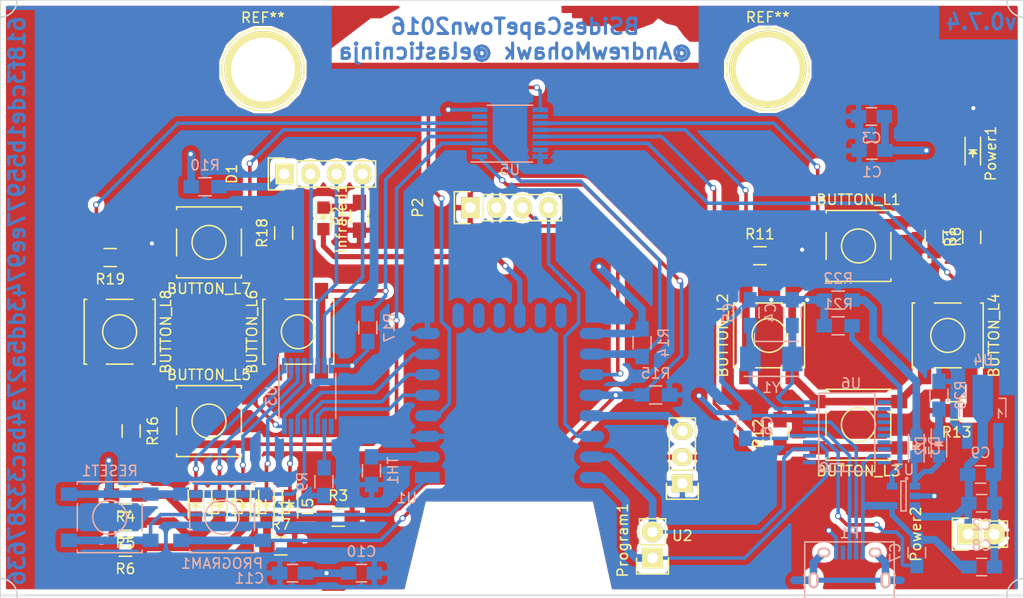
<source format=kicad_pcb>
(kicad_pcb (version 4) (host pcbnew 4.0.2+e4-6225~38~ubuntu15.10.1-stable)
  (layers (0 F.Cu signal) (31 B.Cu signal hide) (34 B.Paste user hide) (35 F.Paste user hide) (36 B.SilkS user hide) (37 F.SilkS user hide) (38 B.Mask user hide) (39 F.Mask user hide) (44 Edge.Cuts user hide))
  (net 0 "")
  (net 1 +3V3)
  (net 2 "Net-(L4-Pad1)")
  (net 3 "Net-(L5-Pad1)")
  (net 4 "Net-(L3-Pad1)")
  (net 5 "Net-(U1-Pad6)")
  (net 6 "Net-(L2-Pad1)")
  (net 7 "Net-(L1-Pad1)")
  (net 8 "Net-(U1-Pad5)")
  (net 9 "Net-(D1-Pad2)")
  (net 10 "Net-(U1-Pad4)")
  (net 11 "Net-(D1-Pad3)")
  (net 12 "Net-(D1-Pad4)")
  (net 13 "Net-(U3-Pad9)")
  (net 14 GND)
  (net 15 "Net-(Infrared1-Pad2)")
  (net 16 "Net-(L2-Pad2)")
  (net 17 "Net-(L3-Pad2)")
  (net 18 "Net-(L4-Pad2)")
  (net 19 "Net-(Power1-Pad2)")
  (net 20 "Net-(L5-Pad2)")
  (net 21 "Net-(L1-Pad2)")
  (net 22 "Net-(RESET1-Pad2)")
  (net 23 "Net-(U1-Pad9)")
  (net 24 "Net-(U1-Pad10)")
  (net 25 "Net-(U1-Pad11)")
  (net 26 "Net-(U1-Pad13)")
  (net 27 "Net-(U1-Pad14)")
  (net 28 "Net-(U1-Pad7)")
  (net 29 "Net-(Infrared1-Pad1)")
  (net 30 "Net-(D1-Pad1)")
  (net 31 "Net-(R9-Pad1)")
  (net 32 "Net-(C2-Pad1)")
  (net 33 "Net-(P1-Pad2)")
  (net 34 "Net-(P1-Pad3)")
  (net 35 "Net-(P1-Pad4)")
  (net 36 "Net-(P1-Pad6)")
  (net 37 "Net-(BUTTON_L1-Pad1)")
  (net 38 "Net-(BUTTON_L2-Pad1)")
  (net 39 "Net-(BUTTON_L3-Pad1)")
  (net 40 "Net-(BUTTON_L4-Pad1)")
  (net 41 "Net-(BUTTON_L5-Pad2)")
  (net 42 "Net-(BUTTON_L6-Pad2)")
  (net 43 "Net-(BUTTON_L7-Pad2)")
  (net 44 "Net-(BUTTON_L8-Pad2)")
  (net 45 "Net-(P2-Pad4)")
  (net 46 "Net-(PROGRAM1-Pad1)")
  (net 47 "Net-(Program1-Pad1)")
  (net 48 "Net-(Program1-Pad2)")
  (net 49 "Net-(R14-Pad1)")
  (net 50 "Net-(TH1-Pad2)")
  (net 51 "Net-(U1-Pad19)")
  (net 52 "Net-(U5-Pad7)")
  (net 53 "Net-(U5-Pad10)")
  (net 54 "Net-(P2-Pad3)")
  (net 55 "Net-(C5-Pad2)")
  (net 56 "Net-(C6-Pad1)")
  (net 57 "Net-(C4-Pad2)")
  (net 58 "Net-(U6-Pad11)")
  (net 59 "Net-(U6-Pad12)")
  (net 60 "Net-(U6-Pad13)")
  (net 61 "Net-(U6-Pad14)")
  (net 62 "Net-(U6-Pad15)")
  (net 63 "Net-(U6-Pad16)")
  (net 64 "Net-(U6-Pad17)")
  (net 65 "Net-(U6-Pad20)")
  (net 66 "Net-(C7-Pad1)")
  (net 67 "Net-(D2-Pad2)")
  (net 68 "Net-(D2-Pad1)")
  (net 69 "Net-(R21-Pad1)")
  (net 70 "Net-(D3-Pad2)")
  (module LEDs:LED_0805 (layer B.Cu) (at 139.05 117.5 270)
    (fp_text reference D2 (at 0 1.75 270) (layer B.SilkS) (effects (justify mirror)))
    (fp_text value LED)
    (pad 2 smd rect (at 1.04902 0 90) (size 1.19888 1.19888) (layers B.Cu B.Paste B.Mask) (net 67 "Net-(D2-Pad2)"))
    (pad 1 smd rect (at -1.04902 0 90) (size 1.19888 1.19888) (layers B.Cu B.Paste B.Mask) (net 68 "Net-(D2-Pad1)"))
  )
  (module 1pin-7mm (layer F.Cu) (at 122.4026 80.899)
    (fp_text reference REF** (at 0 -5.048) (layer F.SilkS))
    (fp_text value 1pin)
    (pad 1 thru_hole circle (at 0 0) (size 7.5 7.5) (drill 6.2) (layers *.Cu *.Mask F.SilkS))
  )
  (module Buttons_Switches_SMD:SW_SPST_B3S-1000 (layer F.Cu) (at 131.2291 98.0821)
    (fp_text reference BUTTON_L1 (at 0 -4.5) (layer F.SilkS))
    (fp_text value SW_PUSH)
    (pad 1 smd rect (at -3.975 -2.25) (size 1.55 1.3) (layers F.Cu F.Paste F.Mask) (net 37 "Net-(BUTTON_L1-Pad1)"))
    (pad 1 smd rect (at 3.975 -2.25) (size 1.55 1.3) (layers F.Cu F.Paste F.Mask) (net 37 "Net-(BUTTON_L1-Pad1)"))
    (pad 2 smd rect (at -3.975 2.25) (size 1.55 1.3) (layers F.Cu F.Paste F.Mask) (net 1 +3V3))
    (pad 2 smd rect (at 3.975 2.25) (size 1.55 1.3) (layers F.Cu F.Paste F.Mask) (net 1 +3V3))
  )
  (module Buttons_Switches_SMD:SW_SPST_B3S-1000 (layer F.Cu) (at 122.5296 106.7816 90)
    (fp_text reference BUTTON_L2 (at 0 -4.5 90) (layer F.SilkS))
    (fp_text value SW_PUSH)
    (pad 1 smd rect (at -3.975 -2.25 90) (size 1.55 1.3) (layers F.Cu F.Paste F.Mask) (net 38 "Net-(BUTTON_L2-Pad1)"))
    (pad 1 smd rect (at 3.975 -2.25 90) (size 1.55 1.3) (layers F.Cu F.Paste F.Mask) (net 38 "Net-(BUTTON_L2-Pad1)"))
    (pad 2 smd rect (at -3.975 2.25 90) (size 1.55 1.3) (layers F.Cu F.Paste F.Mask) (net 1 +3V3))
    (pad 2 smd rect (at 3.975 2.25 90) (size 1.55 1.3) (layers F.Cu F.Paste F.Mask) (net 1 +3V3))
  )
  (module Buttons_Switches_SMD:SW_SPST_B3S-1000 (layer F.Cu) (at 131.2164 115.4684 180)
    (fp_text reference BUTTON_L3 (at 0 -4.5 180) (layer F.SilkS))
    (fp_text value SW_PUSH)
    (pad 1 smd rect (at -3.975 -2.25 180) (size 1.55 1.3) (layers F.Cu F.Paste F.Mask) (net 39 "Net-(BUTTON_L3-Pad1)"))
    (pad 1 smd rect (at 3.975 -2.25 180) (size 1.55 1.3) (layers F.Cu F.Paste F.Mask) (net 39 "Net-(BUTTON_L3-Pad1)"))
    (pad 2 smd rect (at -3.975 2.25 180) (size 1.55 1.3) (layers F.Cu F.Paste F.Mask) (net 1 +3V3))
    (pad 2 smd rect (at 3.975 2.25 180) (size 1.55 1.3) (layers F.Cu F.Paste F.Mask) (net 1 +3V3))
  )
  (module Buttons_Switches_SMD:SW_SPST_B3S-1000 (layer F.Cu) (at 139.9032 106.7816 270)
    (fp_text reference BUTTON_L4 (at 0 -4.5 270) (layer F.SilkS))
    (fp_text value SW_PUSH)
    (pad 1 smd rect (at -3.975 -2.25 270) (size 1.55 1.3) (layers F.Cu F.Paste F.Mask) (net 40 "Net-(BUTTON_L4-Pad1)"))
    (pad 1 smd rect (at 3.975 -2.25 270) (size 1.55 1.3) (layers F.Cu F.Paste F.Mask) (net 40 "Net-(BUTTON_L4-Pad1)"))
    (pad 2 smd rect (at -3.975 2.25 270) (size 1.55 1.3) (layers F.Cu F.Paste F.Mask) (net 1 +3V3))
    (pad 2 smd rect (at 3.975 2.25 270) (size 1.55 1.3) (layers F.Cu F.Paste F.Mask) (net 1 +3V3))
  )
  (module Buttons_Switches_SMD:SW_SPST_B3S-1000 (layer F.Cu) (at 68.072 115.1128)
    (fp_text reference BUTTON_L5 (at 0 -4.5) (layer F.SilkS))
    (fp_text value SW_PUSH)
    (pad 1 smd rect (at -3.975 -2.25) (size 1.55 1.3) (layers F.Cu F.Paste F.Mask) (net 1 +3V3))
    (pad 1 smd rect (at 3.975 -2.25) (size 1.55 1.3) (layers F.Cu F.Paste F.Mask) (net 1 +3V3))
    (pad 2 smd rect (at -3.975 2.25) (size 1.55 1.3) (layers F.Cu F.Paste F.Mask) (net 41 "Net-(BUTTON_L5-Pad2)"))
    (pad 2 smd rect (at 3.975 2.25) (size 1.55 1.3) (layers F.Cu F.Paste F.Mask) (net 41 "Net-(BUTTON_L5-Pad2)"))
  )
  (module Buttons_Switches_SMD:SW_SPST_B3S-1000 (layer F.Cu) (at 76.7588 106.426 90)
    (fp_text reference BUTTON_L6 (at 0 -4.5 90) (layer F.SilkS))
    (fp_text value SW_PUSH)
    (pad 1 smd rect (at -3.975 -2.25 90) (size 1.55 1.3) (layers F.Cu F.Paste F.Mask) (net 1 +3V3))
    (pad 1 smd rect (at 3.975 -2.25 90) (size 1.55 1.3) (layers F.Cu F.Paste F.Mask) (net 1 +3V3))
    (pad 2 smd rect (at -3.975 2.25 90) (size 1.55 1.3) (layers F.Cu F.Paste F.Mask) (net 42 "Net-(BUTTON_L6-Pad2)"))
    (pad 2 smd rect (at 3.975 2.25 90) (size 1.55 1.3) (layers F.Cu F.Paste F.Mask) (net 42 "Net-(BUTTON_L6-Pad2)"))
  )
  (module Buttons_Switches_SMD:SW_SPST_B3S-1000 (layer F.Cu) (at 68.072 97.7392 180)
    (fp_text reference BUTTON_L7 (at 0 -4.5 180) (layer F.SilkS))
    (fp_text value SW_PUSH)
    (pad 1 smd rect (at -3.975 -2.25 180) (size 1.55 1.3) (layers F.Cu F.Paste F.Mask) (net 1 +3V3))
    (pad 1 smd rect (at 3.975 -2.25 180) (size 1.55 1.3) (layers F.Cu F.Paste F.Mask) (net 1 +3V3))
    (pad 2 smd rect (at -3.975 2.25 180) (size 1.55 1.3) (layers F.Cu F.Paste F.Mask) (net 43 "Net-(BUTTON_L7-Pad2)"))
    (pad 2 smd rect (at 3.975 2.25 180) (size 1.55 1.3) (layers F.Cu F.Paste F.Mask) (net 43 "Net-(BUTTON_L7-Pad2)"))
  )
  (module Buttons_Switches_SMD:SW_SPST_B3S-1000 (layer F.Cu) (at 59.3852 106.426 270)
    (fp_text reference BUTTON_L8 (at 0 -4.5 270) (layer F.SilkS))
    (fp_text value SW_PUSH)
    (pad 1 smd rect (at -3.975 -2.25 270) (size 1.55 1.3) (layers F.Cu F.Paste F.Mask) (net 1 +3V3))
    (pad 1 smd rect (at 3.975 -2.25 270) (size 1.55 1.3) (layers F.Cu F.Paste F.Mask) (net 1 +3V3))
    (pad 2 smd rect (at -3.975 2.25 270) (size 1.55 1.3) (layers F.Cu F.Paste F.Mask) (net 44 "Net-(BUTTON_L8-Pad2)"))
    (pad 2 smd rect (at 3.975 2.25 270) (size 1.55 1.3) (layers F.Cu F.Paste F.Mask) (net 44 "Net-(BUTTON_L8-Pad2)"))
  )
  (module Capacitors_SMD:C_0805_HandSoldering (layer B.Cu) (at 132.5372 88.7984)
    (fp_text reference C1 (at 0 2.1) (layer B.SilkS) (effects (justify mirror)))
    (fp_text value 10uF)
    (pad 1 smd rect (at -1.25 0) (size 1.5 1.25) (layers B.Cu B.Paste B.Mask) (net 1 +3V3))
    (pad 2 smd rect (at 1.25 0) (size 1.5 1.25) (layers B.Cu B.Paste B.Mask) (net 14 GND))
  )
  (module Capacitors_SMD:C_0805_HandSoldering (layer B.Cu) (at 143.2 123.1)
    (fp_text reference C2 (at 0 2.1) (layer B.SilkS) (effects (justify mirror)))
    (fp_text value 1uF)
    (pad 1 smd rect (at -1.25 0) (size 1.5 1.25) (layers B.Cu B.Paste B.Mask) (net 32 "Net-(C2-Pad1)"))
    (pad 2 smd rect (at 1.25 0) (size 1.5 1.25) (layers B.Cu B.Paste B.Mask) (net 14 GND))
  )
  (module Capacitors_SMD:C_0805_HandSoldering (layer B.Cu) (at 132.4864 85.4964)
    (fp_text reference C3 (at 0 2.1) (layer B.SilkS) (effects (justify mirror)))
    (fp_text value 1uF)
    (pad 1 smd rect (at -1.25 0) (size 1.5 1.25) (layers B.Cu B.Paste B.Mask) (net 1 +3V3))
    (pad 2 smd rect (at 1.25 0) (size 1.5 1.25) (layers B.Cu B.Paste B.Mask) (net 14 GND))
  )
  (module Pin_Headers:Pin_Header_Straight_1x04 (layer F.Cu) (at 75.3872 91.0844 90)
    (fp_text reference D1 (at 0 -5.1 90) (layer F.SilkS))
    (fp_text value Led_RGB_CA)
    (pad 1 thru_hole rect (at 0 0 90) (size 2.032 1.7272) (drill 1.016) (layers *.Cu *.Mask F.SilkS) (net 30 "Net-(D1-Pad1)"))
    (pad 2 thru_hole oval (at 0 2.54 90) (size 2.032 1.7272) (drill 1.016) (layers *.Cu *.Mask F.SilkS) (net 9 "Net-(D1-Pad2)"))
    (pad 3 thru_hole oval (at 0 5.08 90) (size 2.032 1.7272) (drill 1.016) (layers *.Cu *.Mask F.SilkS) (net 11 "Net-(D1-Pad3)"))
    (pad 4 thru_hole oval (at 0 7.62 90) (size 2.032 1.7272) (drill 1.016) (layers *.Cu *.Mask F.SilkS) (net 12 "Net-(D1-Pad4)"))
  )
  (module LEDs:LED_0805 (layer F.Cu) (at 79.1972 95.4024 270)
    (fp_text reference Infrared1 (at 0 -1.75 270) (layer F.SilkS))
    (fp_text value LEDs:LED-5MM)
    (pad 2 smd rect (at 1.04902 0 90) (size 1.19888 1.19888) (layers F.Cu F.Paste F.Mask) (net 15 "Net-(Infrared1-Pad2)"))
    (pad 1 smd rect (at -1.04902 0 90) (size 1.19888 1.19888) (layers F.Cu F.Paste F.Mask) (net 29 "Net-(Infrared1-Pad1)"))
  )
  (module LEDs:LED_0805 (layer F.Cu) (at 73.66 123.444 270)
    (fp_text reference L1 (at 0 -1.75 270) (layer F.SilkS))
    (fp_text value LEDs:LED-5MM)
    (pad 2 smd rect (at 1.04902 0 90) (size 1.19888 1.19888) (layers F.Cu F.Paste F.Mask) (net 21 "Net-(L1-Pad2)"))
    (pad 1 smd rect (at -1.04902 0 90) (size 1.19888 1.19888) (layers F.Cu F.Paste F.Mask) (net 7 "Net-(L1-Pad1)"))
  )
  (module LEDs:LED_0805 (layer F.Cu) (at 71.374 123.444 270)
    (fp_text reference L2 (at 0 -1.75 270) (layer F.SilkS))
    (fp_text value LED)
    (pad 2 smd rect (at 1.04902 0 90) (size 1.19888 1.19888) (layers F.Cu F.Paste F.Mask) (net 16 "Net-(L2-Pad2)"))
    (pad 1 smd rect (at -1.04902 0 90) (size 1.19888 1.19888) (layers F.Cu F.Paste F.Mask) (net 6 "Net-(L2-Pad1)"))
  )
  (module LEDs:LED_0805 (layer F.Cu) (at 69.088 123.444 270)
    (fp_text reference L3 (at 0 -1.75 270) (layer F.SilkS))
    (fp_text value LED)
    (pad 2 smd rect (at 1.04902 0 90) (size 1.19888 1.19888) (layers F.Cu F.Paste F.Mask) (net 17 "Net-(L3-Pad2)"))
    (pad 1 smd rect (at -1.04902 0 90) (size 1.19888 1.19888) (layers F.Cu F.Paste F.Mask) (net 4 "Net-(L3-Pad1)"))
  )
  (module LEDs:LED_0805 (layer F.Cu) (at 66.802 123.444 270)
    (fp_text reference L4 (at 0 -1.75 270) (layer F.SilkS))
    (fp_text value LED)
    (pad 2 smd rect (at 1.04902 0 90) (size 1.19888 1.19888) (layers F.Cu F.Paste F.Mask) (net 18 "Net-(L4-Pad2)"))
    (pad 1 smd rect (at -1.04902 0 90) (size 1.19888 1.19888) (layers F.Cu F.Paste F.Mask) (net 2 "Net-(L4-Pad1)"))
  )
  (module LEDs:LED_0805 (layer F.Cu) (at 75.946 123.444 270)
    (fp_text reference L5 (at 0 -1.75 270) (layer F.SilkS))
    (fp_text value LEDs:LED-5MM)
    (pad 2 smd rect (at 1.04902 0 90) (size 1.19888 1.19888) (layers F.Cu F.Paste F.Mask) (net 20 "Net-(L5-Pad2)"))
    (pad 1 smd rect (at -1.04902 0 90) (size 1.19888 1.19888) (layers F.Cu F.Paste F.Mask) (net 3 "Net-(L5-Pad1)"))
  )
  (module Connect:USB_Micro-B (layer B.Cu) (at 130.35 129.45 180)
    (fp_text reference P1 (at 0 3.45 180) (layer B.SilkS) (effects (justify mirror)))
    (fp_text value USB_OTG)
    (pad 1 smd rect (at -1.3009 1.56254 90) (size 1.35 0.4) (layers B.Cu B.Paste B.Mask) (net 66 "Net-(C7-Pad1)"))
    (pad 2 smd rect (at -0.6509 1.56254 90) (size 1.35 0.4) (layers B.Cu B.Paste B.Mask) (net 33 "Net-(P1-Pad2)"))
    (pad 3 smd rect (at -0.0009 1.56254 90) (size 1.35 0.4) (layers B.Cu B.Paste B.Mask) (net 34 "Net-(P1-Pad3)"))
    (pad 4 smd rect (at 0.6491 1.56254 90) (size 1.35 0.4) (layers B.Cu B.Paste B.Mask) (net 35 "Net-(P1-Pad4)"))
    (pad 5 smd rect (at 1.2991 1.56254 90) (size 1.35 0.4) (layers B.Cu B.Paste B.Mask) (net 14 GND))
    (pad 6 thru_hole oval (at -2.5009 1.56254 90) (size 0.95 1.25) (drill oval 0.55 0.85) (layers *.Cu *.Mask B.SilkS) (net 36 "Net-(P1-Pad6)"))
    (pad 6 thru_hole oval (at 2.4991 1.56254 90) (size 0.95 1.25) (drill oval 0.55 0.85) (layers *.Cu *.Mask B.SilkS) (net 36 "Net-(P1-Pad6)"))
    (pad 6 thru_hole oval (at -3.5009 -1.13746 90) (size 1.55 1) (drill oval 1.15 0.5) (layers *.Cu *.Mask B.SilkS) (net 36 "Net-(P1-Pad6)"))
    (pad 6 thru_hole oval (at 3.4991 -1.13746 90) (size 1.55 1) (drill oval 1.15 0.5) (layers *.Cu *.Mask B.SilkS) (net 36 "Net-(P1-Pad6)"))
  )
  (module Pin_Headers:Pin_Header_Straight_1x04 (layer F.Cu) (at 93.472 94.361 90)
    (fp_text reference P2 (at 0 -5.1 90) (layer F.SilkS))
    (fp_text value CONN_01X04)
    (pad 1 thru_hole rect (at 0 0 90) (size 2.032 1.7272) (drill 1.016) (layers *.Cu *.Mask F.SilkS) (net 14 GND))
    (pad 2 thru_hole oval (at 0 2.54 90) (size 2.032 1.7272) (drill 1.016) (layers *.Cu *.Mask F.SilkS) (net 1 +3V3))
    (pad 3 thru_hole oval (at 0 5.08 90) (size 2.032 1.7272) (drill 1.016) (layers *.Cu *.Mask F.SilkS) (net 54 "Net-(P2-Pad3)"))
    (pad 4 thru_hole oval (at 0 7.62 90) (size 2.032 1.7272) (drill 1.016) (layers *.Cu *.Mask F.SilkS) (net 45 "Net-(P2-Pad4)"))
  )
  (module LEDs:LED_0805 (layer F.Cu) (at 142.3416 89.1032 270)
    (fp_text reference Power1 (at 0 -1.75 270) (layer F.SilkS))
    (fp_text value LED)
    (pad 2 smd rect (at 1.04902 0 90) (size 1.19888 1.19888) (layers F.Cu F.Paste F.Mask) (net 19 "Net-(Power1-Pad2)"))
    (pad 1 smd rect (at -1.04902 0 90) (size 1.19888 1.19888) (layers F.Cu F.Paste F.Mask) (net 1 +3V3))
  )
  (module Pin_Headers:Pin_Header_Straight_1x02 (layer F.Cu) (at 141.9 126.1 90)
    (fp_text reference Power2 (at 0 -5.1 90) (layer F.SilkS))
    (fp_text value CONN_01X02)
    (pad 1 thru_hole rect (at 0 0 90) (size 2.032 2.032) (drill 1.016) (layers *.Cu *.Mask F.SilkS) (net 32 "Net-(C2-Pad1)"))
    (pad 2 thru_hole oval (at 0 2.54 90) (size 2.032 2.032) (drill 1.016) (layers *.Cu *.Mask F.SilkS) (net 14 GND))
  )
  (module Pin_Headers:Pin_Header_Straight_1x02 (layer F.Cu) (at 111.2012 128.4224 180)
    (fp_text reference Program1 (at 2.9012 1.7224 270) (layer F.SilkS))
    (fp_text value CONN_01X02)
    (pad 1 thru_hole rect (at 0 0 180) (size 2.032 2.032) (drill 1.016) (layers *.Cu *.Mask F.SilkS) (net 47 "Net-(Program1-Pad1)"))
    (pad 2 thru_hole oval (at 0 2.54 180) (size 2.032 2.032) (drill 1.016) (layers *.Cu *.Mask F.SilkS) (net 48 "Net-(Program1-Pad2)"))
  )
  (module Resistors_SMD:R_0805_HandSoldering (layer F.Cu) (at 142.24 97.2312 90)
    (fp_text reference R1 (at 0 -2.1 90) (layer F.SilkS))
    (fp_text value 100)
    (pad 1 smd rect (at -1.35 0 90) (size 1.5 1.3) (layers F.Cu F.Paste F.Mask) (net 14 GND))
    (pad 2 smd rect (at 1.35 0 90) (size 1.5 1.3) (layers F.Cu F.Paste F.Mask) (net 19 "Net-(Power1-Pad2)"))
  )
  (module Resistors_SMD:R_0805_HandSoldering (layer F.Cu) (at 82.7024 95.1992 90)
    (fp_text reference R2 (at 0 -2.1 90) (layer F.SilkS))
    (fp_text value 100)
    (pad 1 smd rect (at -1.35 0 90) (size 1.5 1.3) (layers F.Cu F.Paste F.Mask) (net 14 GND))
    (pad 2 smd rect (at 1.35 0 90) (size 1.5 1.3) (layers F.Cu F.Paste F.Mask) (net 29 "Net-(Infrared1-Pad1)"))
  )
  (module Resistors_SMD:R_0805_HandSoldering (layer F.Cu) (at 80.645 124.46)
    (fp_text reference R3 (at 0 -2.1) (layer F.SilkS))
    (fp_text value 100)
    (pad 1 smd rect (at -1.35 0) (size 1.5 1.3) (layers F.Cu F.Paste F.Mask) (net 20 "Net-(L5-Pad2)"))
    (pad 2 smd rect (at 1.35 0) (size 1.5 1.3) (layers F.Cu F.Paste F.Mask) (net 14 GND))
  )
  (module Resistors_SMD:R_0805_HandSoldering (layer F.Cu) (at 59.944 122.301 180)
    (fp_text reference R4 (at 0 -2.1 180) (layer F.SilkS))
    (fp_text value 100)
    (pad 1 smd rect (at -1.35 0 180) (size 1.5 1.3) (layers F.Cu F.Paste F.Mask) (net 18 "Net-(L4-Pad2)"))
    (pad 2 smd rect (at 1.35 0 180) (size 1.5 1.3) (layers F.Cu F.Paste F.Mask) (net 14 GND))
  )
  (module Resistors_SMD:R_0805_HandSoldering (layer F.Cu) (at 59.944 124.841 180)
    (fp_text reference R5 (at 0 -2.1 180) (layer F.SilkS))
    (fp_text value 100)
    (pad 1 smd rect (at -1.35 0 180) (size 1.5 1.3) (layers F.Cu F.Paste F.Mask) (net 17 "Net-(L3-Pad2)"))
    (pad 2 smd rect (at 1.35 0 180) (size 1.5 1.3) (layers F.Cu F.Paste F.Mask) (net 14 GND))
  )
  (module Resistors_SMD:R_0805_HandSoldering (layer F.Cu) (at 59.944 127.381 180)
    (fp_text reference R6 (at 0 -2.1 180) (layer F.SilkS))
    (fp_text value 100)
    (pad 1 smd rect (at -1.35 0 180) (size 1.5 1.3) (layers F.Cu F.Paste F.Mask) (net 16 "Net-(L2-Pad2)"))
    (pad 2 smd rect (at 1.35 0 180) (size 1.5 1.3) (layers F.Cu F.Paste F.Mask) (net 14 GND))
  )
  (module Resistors_SMD:R_0805_HandSoldering (layer F.Cu) (at 75.057 127.254)
    (fp_text reference R7 (at 0 -2.1) (layer F.SilkS))
    (fp_text value 100)
    (pad 1 smd rect (at -1.35 0) (size 1.5 1.3) (layers F.Cu F.Paste F.Mask) (net 21 "Net-(L1-Pad2)"))
    (pad 2 smd rect (at 1.35 0) (size 1.5 1.3) (layers F.Cu F.Paste F.Mask) (net 14 GND))
  )
  (module Resistors_SMD:R_0805_HandSoldering (layer F.Cu) (at 138.5824 97.1804 270)
    (fp_text reference R8 (at 0 -2.1 270) (layer F.SilkS))
    (fp_text value "100 Ohm")
    (pad 1 smd rect (at -1.35 0 270) (size 1.5 1.3) (layers F.Cu F.Paste F.Mask) (net 37 "Net-(BUTTON_L1-Pad1)"))
    (pad 2 smd rect (at 1.35 0 270) (size 1.5 1.3) (layers F.Cu F.Paste F.Mask) (net 14 GND))
  )
  (module Resistors_SMD:R_0805_HandSoldering (layer B.Cu) (at 79.248 121.0056 270)
    (fp_text reference R9 (at 0 2.1 270) (layer B.SilkS) (effects (justify mirror)))
    (fp_text value 100)
    (pad 1 smd rect (at -1.35 0 270) (size 1.5 1.3) (layers B.Cu B.Paste B.Mask) (net 31 "Net-(R9-Pad1)"))
    (pad 2 smd rect (at 1.35 0 270) (size 1.5 1.3) (layers B.Cu B.Paste B.Mask) (net 1 +3V3))
  )
  (module Resistors_SMD:R_0805_HandSoldering (layer B.Cu) (at 67.691 92.329 180)
    (fp_text reference R10 (at 0 2.1 180) (layer B.SilkS) (effects (justify mirror)))
    (fp_text value 100)
    (pad 1 smd rect (at -1.35 0 180) (size 1.5 1.3) (layers B.Cu B.Paste B.Mask) (net 30 "Net-(D1-Pad1)"))
    (pad 2 smd rect (at 1.35 0 180) (size 1.5 1.3) (layers B.Cu B.Paste B.Mask) (net 14 GND))
  )
  (module Resistors_SMD:R_0805_HandSoldering (layer F.Cu) (at 121.6406 99.0346)
    (fp_text reference R11 (at 0 -2.1) (layer F.SilkS))
    (fp_text value "100 Ohm")
    (pad 1 smd rect (at -1.35 0) (size 1.5 1.3) (layers F.Cu F.Paste F.Mask) (net 38 "Net-(BUTTON_L2-Pad1)"))
    (pad 2 smd rect (at 1.35 0) (size 1.5 1.3) (layers F.Cu F.Paste F.Mask) (net 14 GND))
  )
  (module Resistors_SMD:R_0805_HandSoldering (layer F.Cu) (at 123.5964 116.332 90)
    (fp_text reference R12 (at 0 -2.1 90) (layer F.SilkS))
    (fp_text value "100 Ohm")
    (pad 1 smd rect (at -1.35 0 90) (size 1.5 1.3) (layers F.Cu F.Paste F.Mask) (net 39 "Net-(BUTTON_L3-Pad1)"))
    (pad 2 smd rect (at 1.35 0 90) (size 1.5 1.3) (layers F.Cu F.Paste F.Mask) (net 14 GND))
  )
  (module Resistors_SMD:R_0805_HandSoldering (layer F.Cu) (at 140.7668 114.0968 180)
    (fp_text reference R13 (at 0 -2.1 180) (layer F.SilkS))
    (fp_text value "100 Ohm")
    (pad 1 smd rect (at -1.35 0 180) (size 1.5 1.3) (layers F.Cu F.Paste F.Mask) (net 40 "Net-(BUTTON_L4-Pad1)"))
    (pad 2 smd rect (at 1.35 0 180) (size 1.5 1.3) (layers F.Cu F.Paste F.Mask) (net 14 GND))
  )
  (module Resistors_SMD:R_0805_HandSoldering (layer B.Cu) (at 110.1852 107.4928 90)
    (fp_text reference R14 (at 0 2.1 90) (layer B.SilkS) (effects (justify mirror)))
    (fp_text value "10k Ohm")
    (pad 1 smd rect (at -1.35 0 90) (size 1.5 1.3) (layers B.Cu B.Paste B.Mask) (net 49 "Net-(R14-Pad1)"))
    (pad 2 smd rect (at 1.35 0 90) (size 1.5 1.3) (layers B.Cu B.Paste B.Mask) (net 14 GND))
  )
  (module Resistors_SMD:R_0805_HandSoldering (layer B.Cu) (at 111.506 112.5728 180)
    (fp_text reference R15 (at 0 2.1 180) (layer B.SilkS) (effects (justify mirror)))
    (fp_text value "10k Ohm")
    (pad 1 smd rect (at -1.35 0 180) (size 1.5 1.3) (layers B.Cu B.Paste B.Mask) (net 1 +3V3))
    (pad 2 smd rect (at 1.35 0 180) (size 1.5 1.3) (layers B.Cu B.Paste B.Mask) (net 46 "Net-(PROGRAM1-Pad1)"))
  )
  (module Resistors_SMD:R_0805_HandSoldering (layer F.Cu) (at 60.5028 116.078 270)
    (fp_text reference R16 (at 0 -2.1 270) (layer F.SilkS))
    (fp_text value "100 Ohm")
    (pad 1 smd rect (at -1.35 0 270) (size 1.5 1.3) (layers F.Cu F.Paste F.Mask) (net 14 GND))
    (pad 2 smd rect (at 1.35 0 270) (size 1.5 1.3) (layers F.Cu F.Paste F.Mask) (net 41 "Net-(BUTTON_L5-Pad2)"))
  )
  (module Resistors_SMD:R_0805_HandSoldering (layer B.Cu) (at 83.5152 106.0196 90)
    (fp_text reference R17 (at 0 2.1 90) (layer B.SilkS) (effects (justify mirror)))
    (fp_text value "100 Ohm")
    (pad 1 smd rect (at -1.35 0 90) (size 1.5 1.3) (layers B.Cu B.Paste B.Mask) (net 14 GND))
    (pad 2 smd rect (at 1.35 0 90) (size 1.5 1.3) (layers B.Cu B.Paste B.Mask) (net 42 "Net-(BUTTON_L6-Pad2)"))
  )
  (module Resistors_SMD:R_0805_HandSoldering (layer F.Cu) (at 75.3364 96.8248 90)
    (fp_text reference R18 (at 0 -2.1 90) (layer F.SilkS))
    (fp_text value "100 Ohm")
    (pad 1 smd rect (at -1.35 0 90) (size 1.5 1.3) (layers F.Cu F.Paste F.Mask) (net 14 GND))
    (pad 2 smd rect (at 1.35 0 90) (size 1.5 1.3) (layers F.Cu F.Paste F.Mask) (net 43 "Net-(BUTTON_L7-Pad2)"))
  )
  (module Resistors_SMD:R_0805_HandSoldering (layer F.Cu) (at 58.4708 99.2124 180)
    (fp_text reference R19 (at 0 -2.1 180) (layer F.SilkS))
    (fp_text value "100 Ohm")
    (pad 1 smd rect (at -1.35 0 180) (size 1.5 1.3) (layers F.Cu F.Paste F.Mask) (net 14 GND))
    (pad 2 smd rect (at 1.35 0 180) (size 1.5 1.3) (layers F.Cu F.Paste F.Mask) (net 44 "Net-(BUTTON_L8-Pad2)"))
  )
  (module Resistors_SMD:R_0805_HandSoldering (layer B.Cu) (at 83.8708 119.9388 90)
    (fp_text reference TH1 (at 0 2.1 90) (layer B.SilkS) (effects (justify mirror)))
    (fp_text value "100 Ohm THERMISTOR")
    (pad 1 smd rect (at -1.35 0 90) (size 1.5 1.3) (layers B.Cu B.Paste B.Mask) (net 1 +3V3))
    (pad 2 smd rect (at 1.35 0 90) (size 1.5 1.3) (layers B.Cu B.Paste B.Mask) (net 50 "Net-(TH1-Pad2)"))
  )
  (module ESP8266:ESP-12E (layer B.Cu) (at 89.3064 120.5992)
    (fp_text reference U1 (at -2 2) (layer B.SilkS) (effects (justify mirror)))
    (fp_text value ESP-12E)
    (pad 9 smd oval (at 2.99 -15.75 270) (size 2.4 1.1) (layers B.Cu B.Paste B.Mask) (net 23 "Net-(U1-Pad9)"))
    (pad 10 smd oval (at 4.99 -15.75 270) (size 2.4 1.1) (layers B.Cu B.Paste B.Mask) (net 24 "Net-(U1-Pad10)"))
    (pad 11 smd oval (at 6.99 -15.75 270) (size 2.4 1.1) (layers B.Cu B.Paste B.Mask) (net 25 "Net-(U1-Pad11)"))
    (pad 12 smd oval (at 8.99 -15.75 270) (size 2.4 1.1) (layers B.Cu B.Paste B.Mask) (net 15 "Net-(Infrared1-Pad2)"))
    (pad 13 smd oval (at 10.99 -15.75 270) (size 2.4 1.1) (layers B.Cu B.Paste B.Mask) (net 26 "Net-(U1-Pad13)"))
    (pad 14 smd oval (at 12.99 -15.75 270) (size 2.4 1.1) (layers B.Cu B.Paste B.Mask) (net 27 "Net-(U1-Pad14)"))
    (pad 1 smd rect (at 0 0) (size 2.4 1.1) (layers B.Cu B.Paste B.Mask) (net 22 "Net-(RESET1-Pad2)"))
    (pad 2 smd oval (at 0 -2) (size 2.4 1.1) (layers B.Cu B.Paste B.Mask) (net 50 "Net-(TH1-Pad2)"))
    (pad 3 smd oval (at 0 -4) (size 2.4 1.1) (layers B.Cu B.Paste B.Mask) (net 1 +3V3))
    (pad 4 smd oval (at 0 -6) (size 2.4 1.1) (layers B.Cu B.Paste B.Mask) (net 10 "Net-(U1-Pad4)"))
    (pad 5 smd oval (at 0 -8) (size 2.4 1.1) (layers B.Cu B.Paste B.Mask) (net 8 "Net-(U1-Pad5)"))
    (pad 6 smd oval (at 0 -10) (size 2.4 1.1) (layers B.Cu B.Paste B.Mask) (net 5 "Net-(U1-Pad6)"))
    (pad 7 smd oval (at 0 -12) (size 2.4 1.1) (layers B.Cu B.Paste B.Mask) (net 28 "Net-(U1-Pad7)"))
    (pad 8 smd oval (at 0 -14) (size 2.4 1.1) (layers B.Cu B.Paste B.Mask) (net 1 +3V3))
    (pad 15 smd oval (at 16 -14) (size 2.4 1.1) (layers B.Cu B.Paste B.Mask) (net 14 GND))
    (pad 16 smd oval (at 16 -12) (size 2.4 1.1) (layers B.Cu B.Paste B.Mask) (net 49 "Net-(R14-Pad1)"))
    (pad 17 smd oval (at 16 -10) (size 2.4 1.1) (layers B.Cu B.Paste B.Mask) (net 54 "Net-(P2-Pad3)"))
    (pad 18 smd oval (at 16 -8) (size 2.4 1.1) (layers B.Cu B.Paste B.Mask) (net 46 "Net-(PROGRAM1-Pad1)"))
    (pad 19 smd oval (at 16 -6) (size 2.4 1.1) (layers B.Cu B.Paste B.Mask) (net 51 "Net-(U1-Pad19)"))
    (pad 20 smd oval (at 16 -4) (size 2.4 1.1) (layers B.Cu B.Paste B.Mask) (net 45 "Net-(P2-Pad4)"))
    (pad 21 smd oval (at 16 -2) (size 2.4 1.1) (layers B.Cu B.Paste B.Mask) (net 48 "Net-(Program1-Pad2)"))
    (pad 22 smd oval (at 16 0) (size 2.4 1.1) (layers B.Cu B.Paste B.Mask) (net 47 "Net-(Program1-Pad1)"))
  )
  (module custom-footprints:IR_Receiver (layer F.Cu) (at 114.0968 121.158 180)
    (fp_text reference U2 (at 0 -5.1 180) (layer F.SilkS))
    (fp_text value TSOP38238)
    (pad 2 thru_hole rect (at 0 0 180) (size 2.032 1.7272) (drill 1.016) (layers *.Cu *.Mask F.SilkS) (net 1 +3V3))
    (pad 1 thru_hole oval (at 0 2.54 180) (size 2.032 1.7272) (drill 1.016) (layers *.Cu *.Mask F.SilkS) (net 14 GND))
    (pad 3 thru_hole oval (at 0 5.08 180) (size 2.032 1.7272) (drill 1.016) (layers *.Cu *.Mask F.SilkS) (net 51 "Net-(U1-Pad19)"))
  )
  (module custom-footprints:MC78L05ACH-SOT89-3_Housing_Handsoldering (layer B.Cu) (at 143.3 114.2 180)
    (fp_text reference U4 (at -0.0508 5.00126 180) (layer B.SilkS) (effects (justify mirror)))
    (fp_text value MC78L05ACH)
    (pad 2 smd rect (at -1.50114 -2.35204 180) (size 1.00076 2.5019) (layers B.Cu B.Paste B.Mask) (net 14 GND))
    (pad 3 smd rect (at 0 -2.35204 180) (size 1.00076 2.5019) (layers B.Cu B.Paste B.Mask) (net 32 "Net-(C2-Pad1)"))
    (pad 1 smd rect (at 1.50114 -2.35204 180) (size 1.00076 2.5019) (layers B.Cu B.Paste B.Mask) (net 1 +3V3))
    (pad 3 smd rect (at 0 1.6002 180) (size 1.99898 4.0005) (layers B.Cu B.Paste B.Mask) (net 32 "Net-(C2-Pad1)"))
    (pad 3 smd trapezoid (at 0 -0.7493) (size 1.50114 0.7493) (rect_delta 0 -0.50038) (layers B.Cu B.Paste B.Mask) (net 32 "Net-(C2-Pad1)"))
  )
  (module Housings_SSOP:TSSOP-16_4.4x5mm_Pitch0.65mm (layer B.Cu) (at 77.6732 112.6744 270)
    (fp_text reference U3 (at 0 3.55 270) (layer B.SilkS) (effects (justify mirror)))
    (fp_text value 74HC595)
    (pad 1 smd rect (at -2.95 2.275 270) (size 1.5 0.45) (layers B.Cu B.Paste B.Mask) (net 2 "Net-(L4-Pad1)"))
    (pad 2 smd rect (at -2.95 1.625 270) (size 1.5 0.45) (layers B.Cu B.Paste B.Mask) (net 4 "Net-(L3-Pad1)"))
    (pad 3 smd rect (at -2.95 0.975 270) (size 1.5 0.45) (layers B.Cu B.Paste B.Mask) (net 6 "Net-(L2-Pad1)"))
    (pad 4 smd rect (at -2.95 0.325 270) (size 1.5 0.45) (layers B.Cu B.Paste B.Mask) (net 7 "Net-(L1-Pad1)"))
    (pad 5 smd rect (at -2.95 -0.325 270) (size 1.5 0.45) (layers B.Cu B.Paste B.Mask) (net 9 "Net-(D1-Pad2)"))
    (pad 6 smd rect (at -2.95 -0.975 270) (size 1.5 0.45) (layers B.Cu B.Paste B.Mask) (net 11 "Net-(D1-Pad3)"))
    (pad 7 smd rect (at -2.95 -1.625 270) (size 1.5 0.45) (layers B.Cu B.Paste B.Mask) (net 12 "Net-(D1-Pad4)"))
    (pad 8 smd rect (at -2.95 -2.275 270) (size 1.5 0.45) (layers B.Cu B.Paste B.Mask) (net 14 GND))
    (pad 9 smd rect (at 2.95 -2.275 270) (size 1.5 0.45) (layers B.Cu B.Paste B.Mask) (net 13 "Net-(U3-Pad9)"))
    (pad 10 smd rect (at 2.95 -1.625 270) (size 1.5 0.45) (layers B.Cu B.Paste B.Mask) (net 31 "Net-(R9-Pad1)"))
    (pad 11 smd rect (at 2.95 -0.975 270) (size 1.5 0.45) (layers B.Cu B.Paste B.Mask) (net 8 "Net-(U1-Pad5)"))
    (pad 12 smd rect (at 2.95 -0.325 270) (size 1.5 0.45) (layers B.Cu B.Paste B.Mask) (net 5 "Net-(U1-Pad6)"))
    (pad 13 smd rect (at 2.95 0.325 270) (size 1.5 0.45) (layers B.Cu B.Paste B.Mask) (net 14 GND))
    (pad 14 smd rect (at 2.95 0.975 270) (size 1.5 0.45) (layers B.Cu B.Paste B.Mask) (net 28 "Net-(U1-Pad7)"))
    (pad 15 smd rect (at 2.95 1.625 270) (size 1.5 0.45) (layers B.Cu B.Paste B.Mask) (net 3 "Net-(L5-Pad1)"))
    (pad 16 smd rect (at 2.95 2.275 270) (size 1.5 0.45) (layers B.Cu B.Paste B.Mask) (net 1 +3V3))
  )
  (module Housings_SSOP:TSSOP-16_4.4x5mm_Pitch0.65mm (layer B.Cu) (at 97.3328 87.122)
    (fp_text reference U5 (at 0 3.55) (layer B.SilkS) (effects (justify mirror)))
    (fp_text value 74LS165)
    (pad 1 smd rect (at -2.95 2.275) (size 1.5 0.45) (layers B.Cu B.Paste B.Mask) (net 46 "Net-(PROGRAM1-Pad1)"))
    (pad 2 smd rect (at -2.95 1.625) (size 1.5 0.45) (layers B.Cu B.Paste B.Mask) (net 49 "Net-(R14-Pad1)"))
    (pad 3 smd rect (at -2.95 0.975) (size 1.5 0.45) (layers B.Cu B.Paste B.Mask) (net 41 "Net-(BUTTON_L5-Pad2)"))
    (pad 4 smd rect (at -2.95 0.325) (size 1.5 0.45) (layers B.Cu B.Paste B.Mask) (net 42 "Net-(BUTTON_L6-Pad2)"))
    (pad 5 smd rect (at -2.95 -0.325) (size 1.5 0.45) (layers B.Cu B.Paste B.Mask) (net 43 "Net-(BUTTON_L7-Pad2)"))
    (pad 6 smd rect (at -2.95 -0.975) (size 1.5 0.45) (layers B.Cu B.Paste B.Mask) (net 44 "Net-(BUTTON_L8-Pad2)"))
    (pad 7 smd rect (at -2.95 -1.625) (size 1.5 0.45) (layers B.Cu B.Paste B.Mask) (net 52 "Net-(U5-Pad7)"))
    (pad 8 smd rect (at -2.95 -2.275) (size 1.5 0.45) (layers B.Cu B.Paste B.Mask) (net 14 GND))
    (pad 9 smd rect (at 2.95 -2.275) (size 1.5 0.45) (layers B.Cu B.Paste B.Mask) (net 10 "Net-(U1-Pad4)"))
    (pad 10 smd rect (at 2.95 -1.625) (size 1.5 0.45) (layers B.Cu B.Paste B.Mask) (net 53 "Net-(U5-Pad10)"))
    (pad 11 smd rect (at 2.95 -0.975) (size 1.5 0.45) (layers B.Cu B.Paste B.Mask) (net 37 "Net-(BUTTON_L1-Pad1)"))
    (pad 12 smd rect (at 2.95 -0.325) (size 1.5 0.45) (layers B.Cu B.Paste B.Mask) (net 38 "Net-(BUTTON_L2-Pad1)"))
    (pad 13 smd rect (at 2.95 0.325) (size 1.5 0.45) (layers B.Cu B.Paste B.Mask) (net 39 "Net-(BUTTON_L3-Pad1)"))
    (pad 14 smd rect (at 2.95 0.975) (size 1.5 0.45) (layers B.Cu B.Paste B.Mask) (net 40 "Net-(BUTTON_L4-Pad1)"))
    (pad 15 smd rect (at 2.95 1.625) (size 1.5 0.45) (layers B.Cu B.Paste B.Mask) (net 1 +3V3))
    (pad 16 smd rect (at 2.95 2.275) (size 1.5 0.45) (layers B.Cu B.Paste B.Mask) (net 1 +3V3))
  )
  (module Buttons_Switches_SMD:SW_SPST_B3S-1000 (layer B.Cu) (at 69.342 124.46)
    (fp_text reference PROGRAM1 (at 0 4.5) (layer B.SilkS) (effects (justify mirror)))
    (fp_text value SW_PUSH)
    (pad 1 smd rect (at -3.975 2.25) (size 1.55 1.3) (layers B.Cu B.Paste B.Mask) (net 46 "Net-(PROGRAM1-Pad1)"))
    (pad 1 smd rect (at 3.975 2.25) (size 1.55 1.3) (layers B.Cu B.Paste B.Mask) (net 46 "Net-(PROGRAM1-Pad1)"))
    (pad 2 smd rect (at -3.975 -2.25) (size 1.55 1.3) (layers B.Cu B.Paste B.Mask) (net 14 GND))
    (pad 2 smd rect (at 3.975 -2.25) (size 1.55 1.3) (layers B.Cu B.Paste B.Mask) (net 14 GND))
  )
  (module Buttons_Switches_SMD:SW_SPST_B3S-1000 (layer B.Cu) (at 58.42 124.46 180)
    (fp_text reference RESET1 (at 0 4.5 180) (layer B.SilkS) (effects (justify mirror)))
    (fp_text value SW_PUSH)
    (pad 1 smd rect (at -3.975 2.25 180) (size 1.55 1.3) (layers B.Cu B.Paste B.Mask) (net 14 GND))
    (pad 1 smd rect (at 3.975 2.25 180) (size 1.55 1.3) (layers B.Cu B.Paste B.Mask) (net 14 GND))
    (pad 2 smd rect (at -3.975 -2.25 180) (size 1.55 1.3) (layers B.Cu B.Paste B.Mask) (net 22 "Net-(RESET1-Pad2)"))
    (pad 2 smd rect (at 3.975 -2.25 180) (size 1.55 1.3) (layers B.Cu B.Paste B.Mask) (net 22 "Net-(RESET1-Pad2)"))
  )
  (module Capacitors_SMD:C_0805_HandSoldering (layer B.Cu) (at 120.7008 104.5718 270)
    (fp_text reference C5 (at 0 2.1 270) (layer B.SilkS) (effects (justify mirror)))
    (fp_text value 22pF)
    (pad 1 smd rect (at -1.25 0 270) (size 1.5 1.25) (layers B.Cu B.Paste B.Mask) (net 14 GND))
    (pad 2 smd rect (at 1.25 0 270) (size 1.5 1.25) (layers B.Cu B.Paste B.Mask) (net 55 "Net-(C5-Pad2)"))
  )
  (module Capacitors_SMD:C_0805_HandSoldering (layer B.Cu) (at 120.2182 115.5446 90)
    (fp_text reference C6 (at 0 2.1 90) (layer B.SilkS) (effects (justify mirror)))
    (fp_text value "0.1 uF")
    (pad 1 smd rect (at -1.25 0 90) (size 1.5 1.25) (layers B.Cu B.Paste B.Mask) (net 56 "Net-(C6-Pad1)"))
    (pad 2 smd rect (at 1.25 0 90) (size 1.5 1.25) (layers B.Cu B.Paste B.Mask) (net 14 GND))
  )
  (module Capacitors_SMD:C_0805_HandSoldering (layer B.Cu) (at 136.9 127.9 270)
    (fp_text reference C7 (at 0 2.1 270) (layer B.SilkS) (effects (justify mirror)))
    (fp_text value "1 uF")
    (pad 1 smd rect (at -1.25 0 270) (size 1.5 1.25) (layers B.Cu B.Paste B.Mask) (net 66 "Net-(C7-Pad1)"))
    (pad 2 smd rect (at 1.25 0 270) (size 1.5 1.25) (layers B.Cu B.Paste B.Mask) (net 56 "Net-(C6-Pad1)"))
  )
  (module OLIMEX_IC-FP:SSOP-20W (layer B.Cu) (at 129.1336 116.205 90)
    (fp_text reference U6 (at 4.7498 1.3716 360) (layer B.SilkS) (effects (justify mirror)))
    (fp_text value CH340H/T)
    (pad 1 smd rect (at -2.921 -2.667 90) (size 0.381 1.27) (layers B.Cu B.Paste B.Mask) (clearance 0.0508))
    (pad 2 smd rect (at -2.286 -2.667 90) (size 0.381 1.27) (layers B.Cu B.Paste B.Mask) (clearance 0.0508))
    (pad 3 smd rect (at -1.6256 -2.667 90) (size 0.381 1.27) (layers B.Cu B.Paste B.Mask) (net 48 "Net-(Program1-Pad2)") (clearance 0.0508))
    (pad 4 smd rect (at -0.9652 -2.667 90) (size 0.381 1.27) (layers B.Cu B.Paste B.Mask) (net 47 "Net-(Program1-Pad1)") (clearance 0.0508))
    (pad 5 smd rect (at -0.3302 -2.667 90) (size 0.381 1.27) (layers B.Cu B.Paste B.Mask) (net 56 "Net-(C6-Pad1)") (clearance 0.0508))
    (pad 6 smd rect (at 0.3302 -2.667 90) (size 0.381 1.27) (layers B.Cu B.Paste B.Mask) (net 34 "Net-(P1-Pad3)") (clearance 0.0508))
    (pad 7 smd rect (at 0.9906 -2.667 90) (size 0.381 1.27) (layers B.Cu B.Paste B.Mask) (net 33 "Net-(P1-Pad2)") (clearance 0.0508))
    (pad 8 smd rect (at 1.6256 -2.667 90) (size 0.381 1.27) (layers B.Cu B.Paste B.Mask) (net 14 GND) (clearance 0.0508))
    (pad 9 smd rect (at 2.286 -2.667 90) (size 0.381 1.27) (layers B.Cu B.Paste B.Mask) (net 55 "Net-(C5-Pad2)") (clearance 0.0508))
    (pad 10 smd rect (at 2.921 -2.667 90) (size 0.381 1.27) (layers B.Cu B.Paste B.Mask) (net 57 "Net-(C4-Pad2)") (clearance 0.0508))
    (pad 11 smd rect (at 2.921 4.572 90) (size 0.381 1.27) (layers B.Cu B.Paste B.Mask) (net 58 "Net-(U6-Pad11)") (clearance 0.0508))
    (pad 12 smd rect (at 2.286 4.572 90) (size 0.381 1.27) (layers B.Cu B.Paste B.Mask) (net 59 "Net-(U6-Pad12)") (clearance 0.0508))
    (pad 13 smd rect (at 1.6256 4.572 90) (size 0.381 1.27) (layers B.Cu B.Paste B.Mask) (net 60 "Net-(U6-Pad13)") (clearance 0.0508))
    (pad 14 smd rect (at 0.9906 4.572 90) (size 0.381 1.27) (layers B.Cu B.Paste B.Mask) (net 61 "Net-(U6-Pad14)") (clearance 0.0508))
    (pad 15 smd rect (at 0.3302 4.572 90) (size 0.381 1.27) (layers B.Cu B.Paste B.Mask) (net 62 "Net-(U6-Pad15)") (clearance 0.0508))
    (pad 16 smd rect (at -0.3302 4.572 90) (size 0.381 1.27) (layers B.Cu B.Paste B.Mask) (net 63 "Net-(U6-Pad16)") (clearance 0.0508))
    (pad 17 smd rect (at -0.9652 4.572 90) (size 0.381 1.27) (layers B.Cu B.Paste B.Mask) (net 64 "Net-(U6-Pad17)") (clearance 0.0508))
    (pad 18 smd rect (at -1.6256 4.572 90) (size 0.381 1.27) (layers B.Cu B.Paste B.Mask) (clearance 0.0508))
    (pad 19 smd rect (at -2.286 4.572 90) (size 0.381 1.27) (layers B.Cu B.Paste B.Mask) (net 66 "Net-(C7-Pad1)") (clearance 0.0508))
    (pad 20 smd rect (at -2.921 4.572 90) (size 0.381 1.27) (layers B.Cu B.Paste B.Mask) (net 65 "Net-(U6-Pad20)") (clearance 0.0508))
  )
  (module Crystals:Crystal_SMD_5032_2Pads (layer B.Cu) (at 122.7582 109.0676)
    (fp_text reference Y1 (at 0 2.8) (layer B.SilkS) (effects (justify mirror)))
    (fp_text value "12 MHz Crystal")
    (pad 1 smd rect (at -2.05 0) (size 2 2.4) (layers B.Cu B.Paste B.Mask) (net 55 "Net-(C5-Pad2)"))
    (pad 2 smd rect (at 2.05 0) (size 2 2.4) (layers B.Cu B.Paste B.Mask) (net 57 "Net-(C4-Pad2)"))
  )
  (module Capacitors_SMD:C_0805_HandSoldering (layer B.Cu) (at 124.7902 104.5718 270)
    (fp_text reference C4 (at 0 2.1 270) (layer B.SilkS) (effects (justify mirror)))
    (fp_text value "22 pF")
    (pad 1 smd rect (at -1.25 0 270) (size 1.5 1.25) (layers B.Cu B.Paste B.Mask) (net 14 GND))
    (pad 2 smd rect (at 1.25 0 270) (size 1.5 1.25) (layers B.Cu B.Paste B.Mask) (net 57 "Net-(C4-Pad2)"))
  )
  (module custom-footprints:1pin-6mm (layer F.Cu) (at 73.3171 80.9371)
    (fp_text reference REF** (at 0 -5.048) (layer F.SilkS))
    (fp_text value 1pin)
    (pad 1 thru_hole circle (at 0 0) (size 7.5 7.5) (drill 6.2) (layers *.Cu *.Mask F.SilkS))
  )
  (module Capacitors_SMD:C_0805_HandSoldering (layer B.Cu) (at 143.2 129.3 180)
    (fp_text reference C8 (at 0 2.1 180) (layer B.SilkS) (effects (justify mirror)))
    (fp_text value "4.7 uF")
    (pad 1 smd rect (at -1.25 0 180) (size 1.5 1.25) (layers B.Cu B.Paste B.Mask) (net 14 GND))
    (pad 2 smd rect (at 1.25 0 180) (size 1.5 1.25) (layers B.Cu B.Paste B.Mask) (net 66 "Net-(C7-Pad1)"))
  )
  (module Capacitors_SMD:C_0805_HandSoldering (layer B.Cu) (at 143.1 120.3 180)
    (fp_text reference C9 (at 0 2.1 180) (layer B.SilkS) (effects (justify mirror)))
    (fp_text value "4.7 uF")
    (pad 1 smd rect (at -1.25 0 180) (size 1.5 1.25) (layers B.Cu B.Paste B.Mask) (net 14 GND))
    (pad 2 smd rect (at 1.25 0 180) (size 1.5 1.25) (layers B.Cu B.Paste B.Mask) (net 32 "Net-(C2-Pad1)"))
  )
  (module Resistors_SMD:R_0805_HandSoldering (layer B.Cu) (at 139.05 112.6 90)
    (fp_text reference R20 (at 0 2.1 90) (layer B.SilkS) (effects (justify mirror)))
    (fp_text value "470 Ohm")
    (pad 1 smd rect (at -1.35 0 90) (size 1.5 1.3) (layers B.Cu B.Paste B.Mask) (net 68 "Net-(D2-Pad1)"))
    (pad 2 smd rect (at 1.35 0 90) (size 1.5 1.3) (layers B.Cu B.Paste B.Mask) (net 1 +3V3))
  )
  (module Resistors_SMD:R_0805_HandSoldering (layer B.Cu) (at 129.25 105.85 180)
    (fp_text reference R21 (at 0 2.1 180) (layer B.SilkS) (effects (justify mirror)))
    (fp_text value "4k Ohm")
    (pad 1 smd rect (at -1.35 0 180) (size 1.5 1.3) (layers B.Cu B.Paste B.Mask) (net 69 "Net-(R21-Pad1)"))
    (pad 2 smd rect (at 1.35 0 180) (size 1.5 1.3) (layers B.Cu B.Paste B.Mask) (net 14 GND))
  )
  (module TO_SOT_Packages_SMD:SOT-23-5 (layer B.Cu) (at 135.6 122.4 180)
    (fp_text reference U7 (at -0.05 2.55 180) (layer B.SilkS) (effects (justify mirror)))
    (fp_text value MCP73831)
    (pad 1 smd rect (at -1.1 0.95 180) (size 1.06 0.65) (layers B.Cu B.Paste B.Mask) (net 67 "Net-(D2-Pad2)"))
    (pad 2 smd rect (at -1.1 0 180) (size 1.06 0.65) (layers B.Cu B.Paste B.Mask) (net 14 GND))
    (pad 3 smd rect (at -1.1 -0.95 180) (size 1.06 0.65) (layers B.Cu B.Paste B.Mask) (net 32 "Net-(C2-Pad1)"))
    (pad 4 smd rect (at 1.1 -0.95 180) (size 1.06 0.65) (layers B.Cu B.Paste B.Mask) (net 66 "Net-(C7-Pad1)"))
    (pad 5 smd rect (at 1.1 0.95 180) (size 1.06 0.65) (layers B.Cu B.Paste B.Mask) (net 69 "Net-(R21-Pad1)"))
  )
  (module Capacitors_SMD:C_0805_HandSoldering (layer B.Cu) (at 82.9 129.9 180)
    (fp_text reference C10 (at 0 2.1 180) (layer B.SilkS) (effects (justify mirror)))
    (fp_text value 10uF)
    (pad 1 smd rect (at -1.25 0 180) (size 1.5 1.25) (layers B.Cu B.Paste B.Mask) (net 1 +3V3))
    (pad 2 smd rect (at 1.25 0 180) (size 1.5 1.25) (layers B.Cu B.Paste B.Mask) (net 14 GND))
  )
  (module Capacitors_SMD:C_0805_HandSoldering (layer B.Cu) (at 76.2 129.9)
    (fp_text reference C11 (at -4.2 0.5) (layer B.SilkS) (effects (justify mirror)))
    (fp_text value 1uF)
    (pad 1 smd rect (at -1.25 0) (size 1.5 1.25) (layers B.Cu B.Paste B.Mask) (net 1 +3V3))
    (pad 2 smd rect (at 1.25 0) (size 1.5 1.25) (layers B.Cu B.Paste B.Mask) (net 14 GND))
  )
  (module LEDs:LED_0805 (layer B.Cu) (at 136.85 117.5 90)
    (fp_text reference D3 (at 0 1.75 90) (layer B.SilkS) (effects (justify mirror)))
    (fp_text value LED)
    (pad 2 smd rect (at 1.04902 0 270) (size 1.19888 1.19888) (layers B.Cu B.Paste B.Mask) (net 70 "Net-(D3-Pad2)"))
    (pad 1 smd rect (at -1.04902 0 270) (size 1.19888 1.19888) (layers B.Cu B.Paste B.Mask) (net 67 "Net-(D2-Pad2)"))
  )
  (module Resistors_SMD:R_0805_HandSoldering (layer B.Cu) (at 129.25 103.35 180)
    (fp_text reference R22 (at 0 2.1 180) (layer B.SilkS) (effects (justify mirror)))
    (fp_text value "470 Ohm")
    (pad 1 smd rect (at -1.35 0 180) (size 1.5 1.3) (layers B.Cu B.Paste B.Mask) (net 70 "Net-(D3-Pad2)"))
    (pad 2 smd rect (at 1.35 0 180) (size 1.5 1.3) (layers B.Cu B.Paste B.Mask) (net 14 GND))
  )
  (gr_line (start 47.75 74.15) (end 47.75 74.2) (angle 90) (layer Edge.Cuts) (width 0.15))
  (gr_line (start 147.3 74.15) (end 47.75 74.15) (angle 90) (layer Edge.Cuts) (width 0.15))
  (gr_line (start 147.3 132.05) (end 147.3 74.15) (angle 90) (layer Edge.Cuts) (width 0.15))
  (gr_line (start 47.75 132.05) (end 147.3 132.05) (angle 90) (layer Edge.Cuts) (width 0.15))
  (gr_line (start 47.75 74.2) (end 47.75 132.05) (angle 90) (layer Edge.Cuts) (width 0.15))
  (gr_text 618f3cde1b55977ee9743dd5a27a4bac33287636 (at 49.42078 103.43388 90) (layer B.Cu) (effects (font (size 1.5 1.5) (thickness 0.3)) (justify mirror)))
  (gr_text "v0.7.4\n" (at 143.17218 76.29652) (layer B.Cu) (effects (font (size 1.5 1.5) (thickness 0.3)) (justify mirror)))
  (gr_text "BSidesCapeTown2016\n@AndrewMohawk @elasticninja" (at 97.8408 77.9526) (layer B.Cu) (effects (font (size 1.5 1.5) (thickness 0.3)) (justify mirror)))
  (target plus (at 47.752 74.168) (size 5) (width 0.15) (layer Edge.Cuts))
  (target plus (at 147.32 74.168) (size 5) (width 0.15) (layer Edge.Cuts))
  (target plus (at 147.32 132.08) (size 5) (width 0.15) (layer Edge.Cuts))
  (target plus (at 47.752 132.08) (size 5) (width 0.15) (layer Edge.Cuts))
  (segment (start 127.2541 100.3321) (end 127.2541 99.9541) (width 0.75) (layer F.Cu) (net 1))
  (segment (start 127.2541 99.9541) (end 125.75 98.45) (width 0.75) (layer F.Cu) (net 1))
  (via (at 125.75 98.45) (size 0.6) (drill 0.4) (layers F.Cu B.Cu) (net 1))
  (segment (start 140.52341 115.27659) (end 140.52341 111.87659) (width 0.75) (layer B.Cu) (net 1))
  (segment (start 140.52341 111.87659) (end 140.9 111.5) (width 0.75) (layer B.Cu) (net 1))
  (segment (start 140.52341 115.27659) (end 141.79886 116.55204) (width 0.75) (layer B.Cu) (net 1))
  (segment (start 64.097 99.9892) (end 64.097 99.41316) (width 0.75) (layer F.Cu) (net 1))
  (segment (start 64.097 99.41316) (end 62.52464 97.8408) (width 0.75) (layer F.Cu) (net 1))
  (via (at 62.52464 97.8408) (size 0.6) (drill 0.4) (layers F.Cu B.Cu) (net 1))
  (segment (start 127.2541 100.3321) (end 127.2541 99.8221) (width 0.5) (layer F.Cu) (net 1))
  (via (at 74.549 115.443) (size 0.6) (drill 0.4) (layers F.Cu B.Cu) (net 1))
  (segment (start 74.549 115.443) (end 72.047 112.941) (width 0.35) (layer F.Cu) (net 1))
  (segment (start 75.3982 115.6244) (end 74.7304 115.6244) (width 0.35) (layer B.Cu) (net 1))
  (segment (start 74.7304 115.6244) (end 74.549 115.443) (width 0.35) (layer B.Cu) (net 1))
  (segment (start 127.2541 100.3321) (end 135.2041 100.3321) (width 0.75) (layer F.Cu) (net 1))
  (segment (start 72.047 112.941) (end 72.047 112.8628) (width 0.35) (layer F.Cu) (net 1))
  (segment (start 74.5088 110.401) (end 74.5088 102.451) (width 0.75) (layer F.Cu) (net 1))
  (segment (start 74.5088 110.401) (end 72.047 112.8628) (width 0.75) (layer F.Cu) (net 1))
  (segment (start 75.3982 115.6244) (end 75.3982 114.5938) (width 0.35) (layer B.Cu) (net 1))
  (segment (start 87.8378 106.5992) (end 89.3064 106.5992) (width 0.35) (layer B.Cu) (net 1))
  (segment (start 83.312 111.125) (end 87.8378 106.5992) (width 0.35) (layer B.Cu) (net 1))
  (segment (start 78.867 111.125) (end 83.312 111.125) (width 0.35) (layer B.Cu) (net 1))
  (segment (start 75.3982 114.5938) (end 78.867 111.125) (width 0.35) (layer B.Cu) (net 1))
  (segment (start 64.097 99.9892) (end 64.097 99.403) (width 0.75) (layer F.Cu) (net 1))
  (segment (start 96.012 93.6244) (end 96.012 95.25) (width 0.75) (layer B.Cu) (net 1))
  (segment (start 100.2828 88.747) (end 100.2828 89.397) (width 0.35) (layer B.Cu) (net 1))
  (segment (start 142.3416 88.05418) (end 142.3416 84.7344) (width 0.75) (layer F.Cu) (net 1))
  (segment (start 142.3924 84.6836) (end 142.3924 84.7344) (width 0.75) (layer B.Cu) (net 1))
  (via (at 142.3924 84.6836) (size 0.6) (drill 0.4) (layers F.Cu B.Cu) (net 1))
  (segment (start 142.3416 84.7344) (end 142.3924 84.6836) (width 0.75) (layer F.Cu) (net 1))
  (segment (start 131.2872 88.7984) (end 131.2872 85.5472) (width 0.75) (layer B.Cu) (net 1))
  (segment (start 131.2872 85.5472) (end 131.2364 85.4964) (width 0.75) (layer B.Cu) (net 1))
  (segment (start 61.6352 102.451) (end 61.6352 110.401) (width 0.75) (layer F.Cu) (net 1))
  (segment (start 64.097 99.9892) (end 61.6352 102.451) (width 0.75) (layer F.Cu) (net 1))
  (segment (start 72.047 99.9892) (end 64.097 99.9892) (width 0.75) (layer F.Cu) (net 1))
  (segment (start 74.5088 102.451) (end 72.047 99.9892) (width 0.75) (layer F.Cu) (net 1))
  (segment (start 64.097 112.8628) (end 72.047 112.8628) (width 0.75) (layer F.Cu) (net 1))
  (segment (start 61.6352 110.401) (end 64.097 112.8628) (width 0.75) (layer F.Cu) (net 1))
  (segment (start 137.6532 110.7566) (end 135.1914 113.2184) (width 0.75) (layer F.Cu) (net 1))
  (segment (start 137.6532 102.8066) (end 137.6532 110.7566) (width 0.75) (layer F.Cu) (net 1))
  (segment (start 135.2041 100.3321) (end 135.2041 100.3575) (width 0.75) (layer F.Cu) (net 1))
  (segment (start 135.2041 100.3575) (end 137.6532 102.8066) (width 0.75) (layer F.Cu) (net 1))
  (segment (start 127.2414 113.2184) (end 135.1914 113.2184) (width 0.75) (layer F.Cu) (net 1))
  (segment (start 124.7796 110.7566) (end 127.2414 113.2184) (width 0.75) (layer F.Cu) (net 1))
  (segment (start 124.7796 102.8066) (end 127.2541 100.3321) (width 0.75) (layer F.Cu) (net 1))
  (segment (start 124.7796 110.7566) (end 124.7796 102.8066) (width 0.75) (layer F.Cu) (net 1))
  (segment (start 75.3982 109.7244) (end 75.3982 110.1488) (width 0.35) (layer B.Cu) (net 2))
  (segment (start 75.3982 110.1488) (end 66.802 118.745) (width 0.35) (layer B.Cu) (net 2))
  (segment (start 66.802 118.745) (end 66.802 119.761) (width 0.35) (layer B.Cu) (net 2))
  (via (at 66.802 119.761) (size 0.6) (drill 0.4) (layers F.Cu B.Cu) (net 2))
  (segment (start 66.802 119.761) (end 66.802 122.39498) (width 0.35) (layer F.Cu) (net 2))
  (segment (start 76.0482 115.6244) (end 76.0482 119.1508) (width 0.35) (layer B.Cu) (net 3))
  (segment (start 75.946 119.253) (end 75.946 122.39498) (width 0.35) (layer F.Cu) (net 3))
  (via (at 75.946 119.253) (size 0.6) (drill 0.4) (layers F.Cu B.Cu) (net 3))
  (segment (start 76.0482 119.1508) (end 75.946 119.253) (width 0.35) (layer B.Cu) (net 3))
  (segment (start 76.0482 109.7244) (end 76.0482 110.8958) (width 0.35) (layer B.Cu) (net 4))
  (segment (start 69.088 119.634) (end 69.088 122.39498) (width 0.35) (layer F.Cu) (net 4))
  (via (at 69.088 119.634) (size 0.6) (drill 0.4) (layers F.Cu B.Cu) (net 4))
  (segment (start 69.088 117.856) (end 69.088 119.634) (width 0.35) (layer B.Cu) (net 4))
  (segment (start 76.0482 110.8958) (end 69.088 117.856) (width 0.35) (layer B.Cu) (net 4))
  (segment (start 77.9982 115.6244) (end 77.9982 114.3306) (width 0.35) (layer B.Cu) (net 5))
  (segment (start 87.47 110.5992) (end 89.3064 110.5992) (width 0.35) (layer B.Cu) (net 5))
  (segment (start 84.836 113.2332) (end 87.47 110.5992) (width 0.35) (layer B.Cu) (net 5))
  (segment (start 79.0956 113.2332) (end 84.836 113.2332) (width 0.35) (layer B.Cu) (net 5))
  (segment (start 77.9982 114.3306) (end 79.0956 113.2332) (width 0.35) (layer B.Cu) (net 5))
  (segment (start 76.6982 109.7244) (end 76.6982 111.2618) (width 0.35) (layer B.Cu) (net 6))
  (segment (start 71.374 119.38) (end 71.374 122.39498) (width 0.35) (layer F.Cu) (net 6))
  (via (at 71.374 119.38) (size 0.6) (drill 0.4) (layers F.Cu B.Cu) (net 6))
  (segment (start 71.374 116.586) (end 71.374 119.38) (width 0.35) (layer B.Cu) (net 6))
  (segment (start 76.6982 111.2618) (end 71.374 116.586) (width 0.35) (layer B.Cu) (net 6))
  (segment (start 77.3482 109.7244) (end 77.3482 111.5008) (width 0.35) (layer B.Cu) (net 7))
  (segment (start 73.66 119.38) (end 73.66 122.39498) (width 0.35) (layer F.Cu) (net 7))
  (segment (start 73.787 119.253) (end 73.66 119.38) (width 0.35) (layer F.Cu) (net 7))
  (via (at 73.787 119.253) (size 0.6) (drill 0.4) (layers F.Cu B.Cu) (net 7))
  (segment (start 73.787 115.062) (end 73.787 119.253) (width 0.35) (layer B.Cu) (net 7))
  (segment (start 77.3482 111.5008) (end 73.787 115.062) (width 0.35) (layer B.Cu) (net 7))
  (segment (start 78.6482 115.6244) (end 78.6482 114.5442) (width 0.35) (layer B.Cu) (net 8))
  (segment (start 86.9432 112.5992) (end 89.3064 112.5992) (width 0.35) (layer B.Cu) (net 8))
  (segment (start 85.598 113.9444) (end 86.9432 112.5992) (width 0.35) (layer B.Cu) (net 8))
  (segment (start 79.248 113.9444) (end 85.598 113.9444) (width 0.35) (layer B.Cu) (net 8))
  (segment (start 78.6482 114.5442) (end 79.248 113.9444) (width 0.35) (layer B.Cu) (net 8))
  (segment (start 77.9982 109.7244) (end 77.9982 91.1554) (width 0.35) (layer B.Cu) (net 9))
  (segment (start 77.9982 91.1554) (end 77.9272 91.0844) (width 0.35) (layer B.Cu) (net 9))
  (segment (start 89.3064 114.5992) (end 90.2518 114.5992) (width 0.35) (layer B.Cu) (net 10))
  (segment (start 90.2518 114.5992) (end 91.44 113.411) (width 0.35) (layer B.Cu) (net 10))
  (segment (start 100.2828 83.0108) (end 100.2828 84.847) (width 0.35) (layer B.Cu) (net 10))
  (segment (start 99.949 82.677) (end 100.2828 83.0108) (width 0.35) (layer B.Cu) (net 10))
  (via (at 99.949 82.677) (size 0.6) (drill 0.4) (layers F.Cu B.Cu) (net 10))
  (segment (start 91.313 82.677) (end 99.949 82.677) (width 0.35) (layer F.Cu) (net 10))
  (segment (start 89.408 84.582) (end 91.313 82.677) (width 0.35) (layer F.Cu) (net 10))
  (segment (start 89.408 92.202) (end 89.408 84.582) (width 0.35) (layer F.Cu) (net 10))
  (segment (start 90.678 93.472) (end 89.408 92.202) (width 0.35) (layer F.Cu) (net 10))
  (via (at 90.678 93.472) (size 0.6) (drill 0.4) (layers F.Cu B.Cu) (net 10))
  (segment (start 90.678 105.41) (end 90.678 93.472) (width 0.35) (layer B.Cu) (net 10))
  (segment (start 91.44 106.172) (end 90.678 105.41) (width 0.35) (layer B.Cu) (net 10))
  (segment (start 91.44 113.411) (end 91.44 106.172) (width 0.35) (layer B.Cu) (net 10))
  (segment (start 89.3064 114.5992) (end 90.5058 114.5992) (width 0.35) (layer B.Cu) (net 10))
  (segment (start 78.6482 109.7244) (end 78.6482 103.5714) (width 0.35) (layer B.Cu) (net 11))
  (segment (start 80.4672 101.7524) (end 80.4672 91.0844) (width 0.35) (layer B.Cu) (net 11))
  (segment (start 78.6482 103.5714) (end 80.4672 101.7524) (width 0.35) (layer B.Cu) (net 11))
  (segment (start 79.2982 109.7244) (end 79.2982 104.801) (width 0.35) (layer B.Cu) (net 12))
  (segment (start 83.0072 101.092) (end 83.0072 91.0844) (width 0.35) (layer B.Cu) (net 12))
  (segment (start 79.2982 104.801) (end 83.0072 101.092) (width 0.35) (layer B.Cu) (net 12))
  (via (at 122.75 103.3218) (size 0.6) (drill 0.4) (layers F.Cu B.Cu) (net 14))
  (segment (start 122.75 103.3218) (end 122.75 103.35) (width 0.75) (layer F.Cu) (net 14))
  (via (at 126.25 103.3218) (size 0.6) (drill 0.4) (layers F.Cu B.Cu) (net 14))
  (segment (start 126.25 103.3218) (end 126.25 103.35) (width 0.75) (layer F.Cu) (net 14))
  (segment (start 124.7902 103.3218) (end 126.25 103.3218) (width 0.75) (layer B.Cu) (net 14))
  (segment (start 126.25 103.3218) (end 127.8718 103.3218) (width 0.75) (layer B.Cu) (net 14))
  (segment (start 127.8718 103.3218) (end 127.9 103.35) (width 0.75) (layer B.Cu) (net 14))
  (segment (start 127.9 103.35) (end 127.9 105.85) (width 0.75) (layer B.Cu) (net 14))
  (segment (start 127.8782 105.8718) (end 127.9 105.85) (width 0.75) (layer B.Cu) (net 14))
  (segment (start 129.0509 127.88746) (end 129.0509 126.4509) (width 0.35) (layer B.Cu) (net 14))
  (via (at 128.35 125.75) (size 0.6) (drill 0.4) (layers F.Cu B.Cu) (net 14))
  (segment (start 129.0509 126.4509) (end 128.35 125.75) (width 0.35) (layer B.Cu) (net 14))
  (via (at 79.5 129.9) (size 0.6) (drill 0.4) (layers F.Cu B.Cu) (net 14))
  (segment (start 77.45 129.9) (end 79.5 129.9) (width 0.75) (layer B.Cu) (net 14))
  (segment (start 79.5 129.9) (end 81.65 129.9) (width 0.75) (layer B.Cu) (net 14))
  (segment (start 77.3482 115.6244) (end 77.3482 121.0518) (width 0.35) (layer B.Cu) (net 14))
  (segment (start 76.19 122.21) (end 73.317 122.21) (width 0.35) (layer B.Cu) (net 14))
  (segment (start 77.3482 121.0518) (end 76.19 122.21) (width 0.35) (layer B.Cu) (net 14))
  (segment (start 136.7 122.4) (end 138.6 122.4) (width 0.5) (layer B.Cu) (net 14))
  (segment (start 138.6 122.4) (end 138.7 122.4) (width 0.5) (layer F.Cu) (net 14))
  (via (at 138.6 122.4) (size 0.6) (drill 0.4) (layers F.Cu B.Cu) (net 14))
  (segment (start 144.44 126.1) (end 144.44 129.29) (width 0.75) (layer B.Cu) (net 14))
  (segment (start 144.44 129.29) (end 144.45 129.3) (width 0.75) (layer B.Cu) (net 14))
  (segment (start 144.45 123.1) (end 144.45 126.09) (width 0.75) (layer B.Cu) (net 14))
  (segment (start 144.45 126.09) (end 144.44 126.1) (width 0.75) (layer B.Cu) (net 14))
  (segment (start 144.35 120.3) (end 144.35 123) (width 0.75) (layer B.Cu) (net 14))
  (segment (start 144.35 123) (end 144.45 123.1) (width 0.75) (layer B.Cu) (net 14))
  (segment (start 144.80114 116.55204) (end 144.80114 119.84886) (width 0.75) (layer B.Cu) (net 14))
  (segment (start 144.80114 119.84886) (end 144.35 120.3) (width 0.75) (layer B.Cu) (net 14))
  (segment (start 58.3311 122.21) (end 58.3311 118.9482) (width 0.75) (layer B.Cu) (net 14))
  (segment (start 58.3311 118.9482) (end 58.293 118.9482) (width 0.75) (layer F.Cu) (net 14))
  (via (at 58.3311 118.9482) (size 0.6) (drill 0.4) (layers F.Cu B.Cu) (net 14))
  (segment (start 65.367 122.21) (end 73.317 122.21) (width 0.75) (layer B.Cu) (net 14))
  (segment (start 62.395 122.21) (end 65.367 122.21) (width 0.75) (layer B.Cu) (net 14))
  (segment (start 54.445 122.21) (end 58.3311 122.21) (width 0.75) (layer B.Cu) (net 14))
  (segment (start 58.3311 122.21) (end 62.395 122.21) (width 0.75) (layer B.Cu) (net 14))
  (segment (start 110.1852 106.1428) (end 110.1852 104.26192) (width 0.75) (layer B.Cu) (net 14))
  (via (at 106.00436 100.08108) (size 0.6) (drill 0.4) (layers F.Cu B.Cu) (net 14))
  (segment (start 110.1852 104.26192) (end 106.00436 100.08108) (width 0.75) (layer B.Cu) (net 14))
  (segment (start 120.2182 114.2946) (end 117.368 114.2946) (width 0.5) (layer B.Cu) (net 14))
  (via (at 115.7224 112.649) (size 0.6) (drill 0.4) (layers F.Cu B.Cu) (net 14))
  (segment (start 117.368 114.2946) (end 115.7224 112.649) (width 0.5) (layer B.Cu) (net 14))
  (segment (start 120.2182 114.2946) (end 120.2182 113.538) (width 0.5) (layer B.Cu) (net 14))
  (segment (start 117.9322 106.0904) (end 120.7008 103.3218) (width 0.5) (layer B.Cu) (net 14))
  (segment (start 117.9322 111.252) (end 117.9322 106.0904) (width 0.5) (layer B.Cu) (net 14))
  (segment (start 120.2182 113.538) (end 117.9322 111.252) (width 0.5) (layer B.Cu) (net 14))
  (segment (start 120.7008 103.3218) (end 122.75 103.3218) (width 0.75) (layer B.Cu) (net 14))
  (segment (start 122.75 103.3218) (end 124.7902 103.3218) (width 0.75) (layer B.Cu) (net 14))
  (segment (start 126.4666 114.5794) (end 120.503 114.5794) (width 0.35) (layer B.Cu) (net 14))
  (segment (start 120.503 114.5794) (end 120.2182 114.2946) (width 0.35) (layer B.Cu) (net 14))
  (segment (start 81.995 124.46) (end 81.995 130.5014) (width 0.5) (layer F.Cu) (net 14))
  (segment (start 76.407 128.5278) (end 76.407 127.254) (width 0.5) (layer F.Cu) (net 14))
  (segment (start 79.248 131.3688) (end 76.407 128.5278) (width 0.5) (layer F.Cu) (net 14))
  (segment (start 81.1276 131.3688) (end 79.248 131.3688) (width 0.5) (layer F.Cu) (net 14))
  (segment (start 81.995 130.5014) (end 81.1276 131.3688) (width 0.5) (layer F.Cu) (net 14))
  (segment (start 66.341 92.329) (end 66.341 89.201) (width 0.75) (layer B.Cu) (net 14))
  (via (at 66.294 89.154) (size 0.6) (drill 0.4) (layers F.Cu B.Cu) (net 14))
  (segment (start 66.341 89.201) (end 66.294 89.154) (width 0.75) (layer B.Cu) (net 14))
  (segment (start 83.5152 107.3696) (end 83.5152 108.204) (width 0.35) (layer B.Cu) (net 14))
  (segment (start 81.9876 109.7244) (end 81.9912 109.728) (width 0.35) (layer B.Cu) (net 14))
  (via (at 81.9912 109.728) (size 0.6) (drill 0.4) (layers F.Cu B.Cu) (net 14))
  (segment (start 81.9876 109.7244) (end 79.9482 109.7244) (width 0.35) (layer B.Cu) (net 14))
  (segment (start 83.5152 108.204) (end 81.9912 109.728) (width 0.35) (layer B.Cu) (net 14))
  (segment (start 94.3828 84.847) (end 91.3494 84.847) (width 0.35) (layer B.Cu) (net 14))
  (segment (start 91.3384 84.836) (end 91.3384 84.8868) (width 0.35) (layer F.Cu) (net 14))
  (via (at 91.3384 84.836) (size 0.6) (drill 0.4) (layers F.Cu B.Cu) (net 14))
  (segment (start 91.3494 84.847) (end 91.3384 84.836) (width 0.35) (layer B.Cu) (net 14))
  (segment (start 105.3064 106.5992) (end 109.7288 106.5992) (width 0.75) (layer B.Cu) (net 14))
  (segment (start 109.7288 106.5992) (end 110.1852 106.1428) (width 0.75) (layer B.Cu) (net 14))
  (segment (start 133.7872 88.7984) (end 137.8204 88.7984) (width 0.75) (layer B.Cu) (net 14))
  (via (at 137.8204 88.7984) (size 0.6) (drill 0.4) (layers F.Cu B.Cu) (net 14))
  (segment (start 133.7872 88.7984) (end 133.7872 85.5472) (width 0.75) (layer B.Cu) (net 14))
  (segment (start 133.7872 85.5472) (end 133.7364 85.4964) (width 0.75) (layer B.Cu) (net 14))
  (segment (start 79.1972 96.45142) (end 79.1972 98.0948) (width 0.5) (layer F.Cu) (net 15))
  (segment (start 98.2964 101.45108) (end 98.2964 104.8492) (width 0.5) (layer B.Cu) (net 15))
  (segment (start 96.88068 100.03536) (end 98.2964 101.45108) (width 0.5) (layer B.Cu) (net 15))
  (via (at 96.88068 100.03536) (size 0.6) (drill 0.4) (layers F.Cu B.Cu) (net 15))
  (segment (start 95.96628 99.12096) (end 96.88068 100.03536) (width 0.5) (layer F.Cu) (net 15))
  (segment (start 80.22336 99.12096) (end 95.96628 99.12096) (width 0.5) (layer F.Cu) (net 15))
  (segment (start 79.1972 98.0948) (end 80.22336 99.12096) (width 0.5) (layer F.Cu) (net 15))
  (segment (start 98.2472 104.8) (end 98.2964 104.8492) (width 0.75) (layer B.Cu) (net 15))
  (segment (start 61.294 127.381) (end 69.596 127.381) (width 0.75) (layer F.Cu) (net 16))
  (segment (start 71.374 125.603) (end 71.374 124.49302) (width 0.75) (layer F.Cu) (net 16))
  (segment (start 69.596 127.381) (end 71.374 125.603) (width 0.75) (layer F.Cu) (net 16))
  (segment (start 61.294 124.841) (end 64.643 124.841) (width 0.75) (layer F.Cu) (net 17))
  (segment (start 67.47002 126.111) (end 69.088 124.49302) (width 0.75) (layer F.Cu) (net 17))
  (segment (start 65.913 126.111) (end 67.47002 126.111) (width 0.75) (layer F.Cu) (net 17))
  (segment (start 64.643 124.841) (end 65.913 126.111) (width 0.75) (layer F.Cu) (net 17))
  (segment (start 61.294 122.301) (end 64.008 122.301) (width 0.75) (layer F.Cu) (net 18))
  (segment (start 66.20002 124.49302) (end 66.802 124.49302) (width 0.75) (layer F.Cu) (net 18))
  (segment (start 64.008 122.301) (end 66.20002 124.49302) (width 0.75) (layer F.Cu) (net 18))
  (segment (start 66.76898 124.46) (end 66.802 124.49302) (width 0.75) (layer F.Cu) (net 18))
  (segment (start 142.3416 90.15222) (end 142.3416 95.7796) (width 0.75) (layer F.Cu) (net 19))
  (segment (start 142.3416 95.7796) (end 142.24 95.8812) (width 0.75) (layer F.Cu) (net 19))
  (segment (start 75.946 124.49302) (end 79.26198 124.49302) (width 0.75) (layer F.Cu) (net 20))
  (segment (start 79.26198 124.49302) (end 79.295 124.46) (width 0.75) (layer F.Cu) (net 20))
  (segment (start 73.707 127.254) (end 73.707 124.54002) (width 0.75) (layer F.Cu) (net 21))
  (segment (start 73.707 124.54002) (end 73.66 124.49302) (width 0.75) (layer F.Cu) (net 21))
  (segment (start 54.445 126.71) (end 62.395 126.71) (width 0.75) (layer B.Cu) (net 22))
  (segment (start 62.395 126.71) (end 62.395 125.184) (width 0.35) (layer B.Cu) (net 22))
  (segment (start 85.6996 124.206) (end 89.3064 120.5992) (width 0.35) (layer B.Cu) (net 22))
  (segment (start 63.373 124.206) (end 85.6996 124.206) (width 0.35) (layer B.Cu) (net 22))
  (segment (start 62.395 125.184) (end 63.373 124.206) (width 0.35) (layer B.Cu) (net 22))
  (segment (start 76.6982 115.6244) (end 76.6982 114.6146) (width 0.35) (layer B.Cu) (net 28))
  (segment (start 87.946 108.5992) (end 89.3064 108.5992) (width 0.35) (layer B.Cu) (net 28))
  (segment (start 84.2264 112.3188) (end 87.946 108.5992) (width 0.35) (layer B.Cu) (net 28))
  (segment (start 78.994 112.3188) (end 84.2264 112.3188) (width 0.35) (layer B.Cu) (net 28))
  (segment (start 76.6982 114.6146) (end 78.994 112.3188) (width 0.35) (layer B.Cu) (net 28))
  (segment (start 79.1972 94.35338) (end 82.19822 94.35338) (width 0.75) (layer F.Cu) (net 29))
  (segment (start 82.19822 94.35338) (end 82.7024 93.8492) (width 0.75) (layer F.Cu) (net 29))
  (segment (start 69.041 92.329) (end 74.1426 92.329) (width 0.75) (layer B.Cu) (net 30))
  (segment (start 74.1426 92.329) (end 75.3872 91.0844) (width 0.75) (layer B.Cu) (net 30))
  (segment (start 79.2982 115.6244) (end 79.2982 119.6054) (width 0.35) (layer B.Cu) (net 31))
  (segment (start 79.2982 119.6054) (end 79.248 119.6556) (width 0.35) (layer B.Cu) (net 31))
  (segment (start 136.7 123.35) (end 136.7 123.8) (width 0.75) (layer B.Cu) (net 32))
  (segment (start 140.65 124.4) (end 141.95 123.1) (width 0.75) (layer B.Cu) (net 32))
  (segment (start 137.3 124.4) (end 140.65 124.4) (width 0.75) (layer B.Cu) (net 32))
  (segment (start 136.7 123.8) (end 137.3 124.4) (width 0.75) (layer B.Cu) (net 32))
  (segment (start 143.3 114.9493) (end 143.3 112.5998) (width 0.5) (layer B.Cu) (net 32))
  (segment (start 143.3 116.55204) (end 143.3 114.9493) (width 0.5) (layer B.Cu) (net 32))
  (segment (start 141.7 123.35) (end 141.95 123.1) (width 0.5) (layer B.Cu) (net 32))
  (segment (start 143.3 116.55204) (end 143.3 118) (width 0.75) (layer B.Cu) (net 32))
  (segment (start 141.85 119.45) (end 141.85 120.3) (width 0.75) (layer B.Cu) (net 32))
  (segment (start 143.3 118) (end 141.85 119.45) (width 0.75) (layer B.Cu) (net 32))
  (segment (start 141.95 123.1) (end 141.95 120.4) (width 0.75) (layer B.Cu) (net 32))
  (segment (start 141.95 120.4) (end 141.85 120.3) (width 0.75) (layer B.Cu) (net 32))
  (segment (start 141.9 126.1) (end 141.9 123.15) (width 0.75) (layer B.Cu) (net 32))
  (segment (start 141.9 123.15) (end 141.95 123.1) (width 0.75) (layer B.Cu) (net 32))
  (segment (start 126.4666 115.2144) (end 128.4732 115.2144) (width 0.35) (layer B.Cu) (net 33))
  (segment (start 131.0037 117.7449) (end 131.0009 127.88746) (width 0.35) (layer B.Cu) (net 33))
  (segment (start 128.4732 115.2144) (end 131.0037 117.7449) (width 0.35) (layer B.Cu) (net 33))
  (segment (start 126.4666 115.8748) (end 127.762 115.8748) (width 0.35) (layer B.Cu) (net 34))
  (segment (start 130.3537 118.4665) (end 130.3509 127.88746) (width 0.35) (layer B.Cu) (net 34))
  (segment (start 127.762 115.8748) (end 130.3537 118.4665) (width 0.35) (layer B.Cu) (net 34))
  (segment (start 126.8509 130.58746) (end 124.96254 130.58746) (width 0.75) (layer B.Cu) (net 36))
  (segment (start 124.96254 130.58746) (end 124.95 130.6) (width 0.75) (layer B.Cu) (net 36))
  (segment (start 133.8509 130.58746) (end 135.33746 130.58746) (width 0.75) (layer B.Cu) (net 36))
  (segment (start 135.33746 130.58746) (end 135.35 130.6) (width 0.75) (layer B.Cu) (net 36))
  (segment (start 133.8509 130.58746) (end 133.8509 128.88746) (width 0.75) (layer B.Cu) (net 36))
  (segment (start 133.8509 128.88746) (end 132.8509 127.88746) (width 0.75) (layer B.Cu) (net 36))
  (segment (start 126.8509 130.58746) (end 126.8509 128.88746) (width 0.75) (layer B.Cu) (net 36))
  (segment (start 126.8509 128.88746) (end 127.8509 127.88746) (width 0.75) (layer B.Cu) (net 36))
  (segment (start 126.8509 130.58746) (end 133.8509 130.58746) (width 0.5) (layer B.Cu) (net 36))
  (segment (start 100.2828 86.147) (end 122.977 86.147) (width 0.35) (layer B.Cu) (net 37))
  (segment (start 127.2541 90.4241) (end 127.2541 95.8321) (width 0.35) (layer F.Cu) (net 37))
  (segment (start 127.2032 90.3732) (end 127.2541 90.4241) (width 0.35) (layer F.Cu) (net 37))
  (via (at 127.2032 90.3732) (size 0.6) (drill 0.4) (layers F.Cu B.Cu) (net 37))
  (segment (start 122.977 86.147) (end 127.2032 90.3732) (width 0.35) (layer B.Cu) (net 37))
  (segment (start 135.2041 95.8321) (end 127.2541 95.8321) (width 0.75) (layer F.Cu) (net 37))
  (segment (start 138.5824 95.8304) (end 135.2058 95.8304) (width 0.75) (layer F.Cu) (net 37))
  (segment (start 135.2058 95.8304) (end 135.2041 95.8321) (width 0.75) (layer F.Cu) (net 37))
  (segment (start 138.3936 95.6416) (end 138.5316 95.7796) (width 0.75) (layer F.Cu) (net 37))
  (segment (start 100.2828 86.797) (end 114.3814 86.797) (width 0.35) (layer B.Cu) (net 38))
  (segment (start 120.2906 92.7062) (end 120.2906 99.0346) (width 0.35) (layer F.Cu) (net 38))
  (segment (start 120.2436 92.6592) (end 120.2906 92.7062) (width 0.35) (layer F.Cu) (net 38))
  (via (at 120.2436 92.6592) (size 0.6) (drill 0.4) (layers F.Cu B.Cu) (net 38))
  (segment (start 114.3814 86.797) (end 120.2436 92.6592) (width 0.35) (layer B.Cu) (net 38))
  (segment (start 120.2796 102.8066) (end 120.2796 110.7566) (width 0.75) (layer F.Cu) (net 38))
  (segment (start 120.2906 99.0346) (end 120.2906 102.7956) (width 0.75) (layer F.Cu) (net 38))
  (segment (start 120.2906 102.7956) (end 120.2796 102.8066) (width 0.75) (layer F.Cu) (net 38))
  (segment (start 100.2828 87.447) (end 112.085 87.447) (width 0.35) (layer B.Cu) (net 39))
  (segment (start 121.492 117.682) (end 123.5964 117.682) (width 0.35) (layer F.Cu) (net 39))
  (segment (start 112.085 87.447) (end 117.094 92.456) (width 0.35) (layer B.Cu) (net 39))
  (segment (start 127.2414 117.7184) (end 135.1914 117.7184) (width 0.75) (layer F.Cu) (net 39))
  (segment (start 123.5964 117.682) (end 127.205 117.682) (width 0.75) (layer F.Cu) (net 39))
  (segment (start 127.205 117.682) (end 127.2414 117.7184) (width 0.75) (layer F.Cu) (net 39))
  (segment (start 117.221 113.411) (end 121.492 117.682) (width 0.35) (layer F.Cu) (net 39))
  (segment (start 117.221 92.583) (end 117.221 113.411) (width 0.35) (layer F.Cu) (net 39))
  (segment (start 117.094 92.456) (end 117.221 92.583) (width 0.35) (layer F.Cu) (net 39))
  (via (at 117.094 92.456) (size 0.6) (drill 0.4) (layers F.Cu B.Cu) (net 39))
  (segment (start 142.1168 114.0968) (end 142.1168 110.793) (width 0.75) (layer F.Cu) (net 40))
  (segment (start 142.1532 110.7566) (end 142.1532 102.8066) (width 0.75) (layer F.Cu) (net 40))
  (segment (start 142.1168 110.793) (end 142.1532 110.7566) (width 0.75) (layer F.Cu) (net 40))
  (segment (start 100.2828 88.097) (end 110.7538 88.097) (width 0.35) (layer B.Cu) (net 40))
  (segment (start 139.8524 100.6348) (end 142.0242 102.8066) (width 0.35) (layer F.Cu) (net 40))
  (via (at 139.8524 100.6348) (size 0.6) (drill 0.4) (layers F.Cu B.Cu) (net 40))
  (segment (start 133.1468 93.9292) (end 139.8524 100.6348) (width 0.35) (layer B.Cu) (net 40))
  (segment (start 116.586 93.9292) (end 133.1468 93.9292) (width 0.35) (layer B.Cu) (net 40))
  (segment (start 110.7538 88.097) (end 116.586 93.9292) (width 0.35) (layer B.Cu) (net 40))
  (segment (start 142.0242 102.8066) (end 142.1532 102.8066) (width 0.35) (layer F.Cu) (net 40))
  (segment (start 142.075 102.8066) (end 142.1532 102.8066) (width 0.35) (layer F.Cu) (net 40))
  (segment (start 142.1532 102.6816) (end 142.1532 102.8066) (width 0.35) (layer F.Cu) (net 40))
  (segment (start 72.047 117.3628) (end 84.0084 117.3628) (width 0.35) (layer F.Cu) (net 41))
  (segment (start 90.719 88.097) (end 94.3828 88.097) (width 0.35) (layer B.Cu) (net 41))
  (segment (start 86.3092 92.5068) (end 90.719 88.097) (width 0.35) (layer B.Cu) (net 41))
  (segment (start 86.3092 105.3084) (end 86.3092 92.5068) (width 0.35) (layer B.Cu) (net 41))
  (via (at 86.3092 105.3084) (size 0.6) (drill 0.4) (layers F.Cu B.Cu) (net 41))
  (segment (start 86.3092 115.062) (end 86.3092 105.3084) (width 0.35) (layer F.Cu) (net 41))
  (segment (start 84.0084 117.3628) (end 86.3092 115.062) (width 0.35) (layer F.Cu) (net 41))
  (segment (start 64.097 117.3628) (end 60.568 117.3628) (width 0.75) (layer F.Cu) (net 41))
  (segment (start 60.568 117.3628) (end 60.5028 117.428) (width 0.75) (layer F.Cu) (net 41))
  (segment (start 72.047 117.3628) (end 64.097 117.3628) (width 0.75) (layer F.Cu) (net 41))
  (segment (start 85.2424 102.4636) (end 85.2424 102.9424) (width 0.35) (layer B.Cu) (net 42))
  (segment (start 85.2424 102.9424) (end 83.5152 104.6696) (width 0.35) (layer B.Cu) (net 42))
  (segment (start 94.3828 87.447) (end 89.4386 87.447) (width 0.35) (layer B.Cu) (net 42))
  (segment (start 85.2298 102.451) (end 79.0088 102.451) (width 0.35) (layer F.Cu) (net 42))
  (segment (start 85.2424 102.4636) (end 85.2298 102.451) (width 0.35) (layer F.Cu) (net 42))
  (via (at 85.2424 102.4636) (size 0.6) (drill 0.4) (layers F.Cu B.Cu) (net 42))
  (segment (start 85.2424 91.6432) (end 85.2424 102.4636) (width 0.35) (layer B.Cu) (net 42))
  (segment (start 89.4386 87.447) (end 85.2424 91.6432) (width 0.35) (layer B.Cu) (net 42))
  (segment (start 79.0088 102.451) (end 79.0088 110.401) (width 0.75) (layer F.Cu) (net 42))
  (segment (start 94.3828 86.797) (end 75.3058 86.797) (width 0.35) (layer B.Cu) (net 43))
  (segment (start 72.047 90.081) (end 72.047 95.4892) (width 0.35) (layer F.Cu) (net 43))
  (segment (start 72.0344 90.0684) (end 72.047 90.081) (width 0.35) (layer F.Cu) (net 43))
  (via (at 72.0344 90.0684) (size 0.6) (drill 0.4) (layers F.Cu B.Cu) (net 43))
  (segment (start 75.3058 86.797) (end 72.0344 90.0684) (width 0.35) (layer B.Cu) (net 43))
  (segment (start 72.047 95.4892) (end 64.097 95.4892) (width 0.75) (layer F.Cu) (net 43))
  (segment (start 72.047 95.4892) (end 75.322 95.4892) (width 0.75) (layer F.Cu) (net 43))
  (segment (start 75.322 95.4892) (end 75.3364 95.4748) (width 0.75) (layer F.Cu) (net 43))
  (segment (start 94.3828 86.147) (end 65.0338 86.147) (width 0.35) (layer B.Cu) (net 44))
  (segment (start 57.1208 94.1032) (end 57.1208 99.2124) (width 0.35) (layer F.Cu) (net 44))
  (segment (start 57.0992 94.0816) (end 57.1208 94.1032) (width 0.35) (layer F.Cu) (net 44))
  (via (at 57.0992 94.0816) (size 0.6) (drill 0.4) (layers F.Cu B.Cu) (net 44))
  (segment (start 65.0338 86.147) (end 57.0992 94.0816) (width 0.35) (layer B.Cu) (net 44))
  (segment (start 57.1352 102.451) (end 57.1352 110.401) (width 0.75) (layer F.Cu) (net 44))
  (segment (start 57.1352 102.451) (end 57.1352 99.2268) (width 0.75) (layer F.Cu) (net 44))
  (segment (start 57.1352 99.2268) (end 57.1208 99.2124) (width 0.75) (layer F.Cu) (net 44))
  (segment (start 105.3064 116.5992) (end 103.9119 116.5992) (width 0.35) (layer B.Cu) (net 45))
  (segment (start 101.092 99.822) (end 101.092 94.361) (width 0.35) (layer B.Cu) (net 45))
  (segment (start 104.013 102.743) (end 101.092 99.822) (width 0.35) (layer B.Cu) (net 45))
  (segment (start 104.013 105.5751) (end 104.013 102.743) (width 0.35) (layer B.Cu) (net 45))
  (segment (start 102.6922 106.8959) (end 104.013 105.5751) (width 0.35) (layer B.Cu) (net 45))
  (segment (start 102.6922 115.3795) (end 102.6922 106.8959) (width 0.35) (layer B.Cu) (net 45))
  (segment (start 103.9119 116.5992) (end 102.6922 115.3795) (width 0.35) (layer B.Cu) (net 45))
  (segment (start 101.219 93.7514) (end 101.092 93.6244) (width 0.25) (layer B.Cu) (net 45))
  (segment (start 65.367 126.71) (end 73.317 126.71) (width 0.75) (layer B.Cu) (net 46))
  (segment (start 94.3828 89.397) (end 94.3828 89.4933) (width 0.35) (layer B.Cu) (net 46))
  (segment (start 94.3828 89.4933) (end 96.5835 91.694) (width 0.35) (layer B.Cu) (net 46))
  (via (at 96.5835 91.694) (size 0.6) (drill 0.4) (layers F.Cu B.Cu) (net 46))
  (segment (start 96.5835 91.694) (end 97.0407 92.1512) (width 0.35) (layer F.Cu) (net 46))
  (segment (start 97.0407 92.1512) (end 104.5337 92.1512) (width 0.35) (layer F.Cu) (net 46))
  (segment (start 104.5337 92.1512) (end 113.8555 101.473) (width 0.35) (layer F.Cu) (net 46))
  (via (at 113.8555 101.473) (size 0.6) (drill 0.4) (layers F.Cu B.Cu) (net 46))
  (segment (start 113.8555 101.473) (end 114.0206 101.6381) (width 0.35) (layer B.Cu) (net 46))
  (segment (start 114.0206 101.6381) (end 114.0206 108.7082) (width 0.35) (layer B.Cu) (net 46))
  (segment (start 114.0206 108.7082) (end 110.156 112.5728) (width 0.35) (layer B.Cu) (net 46))
  (via (at 107.6198 112.5992) (size 0.6) (drill 0.4) (layers F.Cu B.Cu) (net 46))
  (segment (start 73.317 126.71) (end 84.745 126.71) (width 0.35) (layer B.Cu) (net 46))
  (segment (start 86.8934 124.5616) (end 84.745 126.71) (width 0.35) (layer B.Cu) (net 46))
  (via (at 86.8934 124.5616) (size 0.6) (drill 0.4) (layers F.Cu B.Cu) (net 46))
  (segment (start 89.4715 121.9835) (end 86.8934 124.5616) (width 0.35) (layer F.Cu) (net 46))
  (segment (start 98.2355 121.9835) (end 89.4715 121.9835) (width 0.35) (layer F.Cu) (net 46))
  (segment (start 98.2355 121.9835) (end 107.6198 112.5992) (width 0.35) (layer F.Cu) (net 46))
  (segment (start 110.156 112.5728) (end 110.1852 112.5728) (width 0.35) (layer B.Cu) (net 46))
  (segment (start 104.4438 112.5992) (end 105.3064 112.5992) (width 0.35) (layer B.Cu) (net 46))
  (segment (start 105.3064 112.5992) (end 107.6198 112.5992) (width 0.75) (layer B.Cu) (net 46))
  (segment (start 107.6198 112.5992) (end 110.1296 112.5992) (width 0.75) (layer B.Cu) (net 46))
  (segment (start 110.1296 112.5992) (end 110.156 112.5728) (width 0.75) (layer B.Cu) (net 46))
  (segment (start 126.4666 117.1702) (end 127.3048 117.1702) (width 0.35) (layer B.Cu) (net 47))
  (segment (start 120.1674 128.4224) (end 111.2012 128.4224) (width 0.35) (layer B.Cu) (net 47))
  (segment (start 128.143 120.4468) (end 120.1674 128.4224) (width 0.35) (layer B.Cu) (net 47))
  (segment (start 128.143 118.0084) (end 128.143 120.4468) (width 0.35) (layer B.Cu) (net 47))
  (segment (start 127.3048 117.1702) (end 128.143 118.0084) (width 0.35) (layer B.Cu) (net 47))
  (segment (start 105.3064 120.5992) (end 106.3244 120.5992) (width 0.75) (layer B.Cu) (net 47))
  (segment (start 106.3244 120.5992) (end 108.6104 122.8852) (width 0.75) (layer B.Cu) (net 47))
  (segment (start 108.6104 122.8852) (end 108.6104 127.4572) (width 0.75) (layer B.Cu) (net 47))
  (segment (start 108.6104 127.4572) (end 109.5756 128.4224) (width 0.75) (layer B.Cu) (net 47))
  (segment (start 109.5756 128.4224) (end 111.2012 128.4224) (width 0.75) (layer B.Cu) (net 47))
  (segment (start 111.2012 125.8824) (end 121.6914 125.8824) (width 0.35) (layer B.Cu) (net 48))
  (segment (start 124.841 117.8306) (end 126.4666 117.8306) (width 0.35) (layer B.Cu) (net 48))
  (segment (start 123.9774 118.6942) (end 124.841 117.8306) (width 0.35) (layer B.Cu) (net 48))
  (segment (start 123.9774 123.5964) (end 123.9774 118.6942) (width 0.35) (layer B.Cu) (net 48))
  (segment (start 121.6914 125.8824) (end 123.9774 123.5964) (width 0.35) (layer B.Cu) (net 48))
  (segment (start 105.3064 118.5992) (end 107.0168 118.5992) (width 0.75) (layer B.Cu) (net 48))
  (segment (start 111.2012 122.7836) (end 111.2012 125.8824) (width 0.75) (layer B.Cu) (net 48))
  (segment (start 107.0168 118.5992) (end 111.2012 122.7836) (width 0.75) (layer B.Cu) (net 48))
  (segment (start 94.3828 88.747) (end 95.3383 88.747) (width 0.35) (layer B.Cu) (net 49))
  (segment (start 111.8997 107.1283) (end 110.1852 108.8428) (width 0.35) (layer B.Cu) (net 49))
  (segment (start 111.8997 99.4664) (end 111.8997 107.1283) (width 0.35) (layer B.Cu) (net 49))
  (segment (start 104.2162 91.7829) (end 111.8997 99.4664) (width 0.35) (layer B.Cu) (net 49))
  (segment (start 98.3742 91.7829) (end 104.2162 91.7829) (width 0.35) (layer B.Cu) (net 49))
  (segment (start 95.3383 88.747) (end 98.3742 91.7829) (width 0.35) (layer B.Cu) (net 49))
  (segment (start 105.3064 108.5992) (end 109.9416 108.5992) (width 0.75) (layer B.Cu) (net 49))
  (segment (start 109.9416 108.5992) (end 110.1852 108.8428) (width 0.75) (layer B.Cu) (net 49))
  (segment (start 83.8708 118.5888) (end 89.296 118.5888) (width 0.75) (layer B.Cu) (net 50))
  (segment (start 89.296 118.5888) (end 89.3064 118.5992) (width 0.75) (layer B.Cu) (net 50))
  (segment (start 105.3064 114.5992) (end 112.618 114.5992) (width 0.75) (layer B.Cu) (net 51))
  (segment (start 112.618 114.5992) (end 114.0968 116.078) (width 0.75) (layer B.Cu) (net 51))
  (segment (start 105.3064 110.5992) (end 107.9678 110.5992) (width 0.35) (layer B.Cu) (net 54))
  (segment (start 100.33 96.139) (end 98.552 94.361) (width 0.35) (layer F.Cu) (net 54))
  (segment (start 105.664 96.139) (end 100.33 96.139) (width 0.35) (layer F.Cu) (net 54))
  (segment (start 107.823 98.298) (end 105.664 96.139) (width 0.35) (layer F.Cu) (net 54))
  (segment (start 107.823 110.236) (end 107.823 98.298) (width 0.35) (layer F.Cu) (net 54))
  (segment (start 108.077 110.49) (end 107.823 110.236) (width 0.35) (layer F.Cu) (net 54))
  (via (at 108.077 110.49) (size 0.6) (drill 0.4) (layers F.Cu B.Cu) (net 54))
  (segment (start 107.9678 110.5992) (end 108.077 110.49) (width 0.35) (layer B.Cu) (net 54))
  (segment (start 120.7082 109.0676) (end 120.7082 105.8292) (width 0.75) (layer B.Cu) (net 55))
  (segment (start 120.7082 105.8292) (end 120.7008 105.8218) (width 0.75) (layer B.Cu) (net 55))
  (segment (start 126.4666 113.919) (end 123.2154 113.919) (width 0.35) (layer B.Cu) (net 55))
  (segment (start 120.7082 111.4118) (end 120.7082 109.0676) (width 0.35) (layer B.Cu) (net 55))
  (segment (start 123.2154 113.919) (end 120.7082 111.4118) (width 0.35) (layer B.Cu) (net 55))
  (segment (start 126.4666 116.5352) (end 127.5852 116.5352) (width 0.35) (layer B.Cu) (net 56))
  (segment (start 135.65 129.15) (end 136.9 129.15) (width 0.35) (layer B.Cu) (net 56))
  (segment (start 135.5 129) (end 135.65 129.15) (width 0.35) (layer B.Cu) (net 56))
  (segment (start 135.5 126.5) (end 135.5 129) (width 0.35) (layer B.Cu) (net 56))
  (segment (start 134.9 125.9) (end 135.5 126.5) (width 0.35) (layer B.Cu) (net 56))
  (segment (start 133.7 125.9) (end 134.9 125.9) (width 0.35) (layer B.Cu) (net 56))
  (segment (start 133 125.2) (end 133.7 125.9) (width 0.35) (layer B.Cu) (net 56))
  (via (at 133 125.2) (size 0.6) (drill 0.4) (layers F.Cu B.Cu) (net 56))
  (segment (start 130.1 125.2) (end 133 125.2) (width 0.35) (layer F.Cu) (net 56))
  (segment (start 129.25 124.35) (end 130.1 125.2) (width 0.35) (layer F.Cu) (net 56))
  (via (at 129.25 124.35) (size 0.6) (drill 0.4) (layers F.Cu B.Cu) (net 56))
  (segment (start 129.25 118.2) (end 129.25 124.35) (width 0.35) (layer B.Cu) (net 56))
  (segment (start 127.5852 116.5352) (end 129.25 118.2) (width 0.35) (layer B.Cu) (net 56))
  (segment (start 136.65 129.15) (end 136.9 129.15) (width 0.35) (layer B.Cu) (net 56))
  (segment (start 136.9 129.6) (end 136.9 129.15) (width 0.35) (layer B.Cu) (net 56))
  (segment (start 120.2182 116.7946) (end 124.3276 116.7946) (width 0.35) (layer B.Cu) (net 56))
  (segment (start 124.587 116.5352) (end 126.4666 116.5352) (width 0.35) (layer B.Cu) (net 56))
  (segment (start 124.3276 116.7946) (end 124.587 116.5352) (width 0.35) (layer B.Cu) (net 56))
  (segment (start 124.8082 109.0676) (end 124.8082 105.8398) (width 0.75) (layer B.Cu) (net 57))
  (segment (start 124.8082 105.8398) (end 124.7902 105.8218) (width 0.75) (layer B.Cu) (net 57))
  (segment (start 126.4666 113.284) (end 123.825 113.284) (width 0.35) (layer B.Cu) (net 57))
  (segment (start 124.7902 111.4044) (end 124.7902 109.0856) (width 0.35) (layer B.Cu) (net 57))
  (segment (start 123.3678 112.8268) (end 124.7902 111.4044) (width 0.35) (layer B.Cu) (net 57))
  (segment (start 123.825 113.284) (end 123.3678 112.8268) (width 0.35) (layer B.Cu) (net 57))
  (segment (start 124.7902 109.0856) (end 124.8082 109.0676) (width 0.35) (layer B.Cu) (net 57))
  (segment (start 134.5 123.35) (end 132.05 123.35) (width 0.75) (layer B.Cu) (net 66))
  (segment (start 131.6537 123.8) (end 131.6537 123.7463) (width 0.35) (layer B.Cu) (net 66))
  (segment (start 131.6537 123.7463) (end 132.05 123.35) (width 0.35) (layer B.Cu) (net 66))
  (segment (start 134.5 123.35) (end 134.5 124.25) (width 0.5) (layer B.Cu) (net 66))
  (segment (start 134.5 124.25) (end 136.9 126.65) (width 0.5) (layer B.Cu) (net 66))
  (segment (start 141.95 129.3) (end 141.3 129.3) (width 0.75) (layer B.Cu) (net 66))
  (segment (start 141.3 129.3) (end 138.65 126.65) (width 0.75) (layer B.Cu) (net 66))
  (segment (start 138.65 126.65) (end 136.9 126.65) (width 0.75) (layer B.Cu) (net 66))
  (segment (start 132.05 123.35) (end 131.6537 122.9537) (width 0.35) (layer B.Cu) (net 66))
  (segment (start 133.7666 118.552) (end 133.7056 118.491) (width 0.35) (layer B.Cu) (net 66))
  (segment (start 131.6509 127.88746) (end 131.6537 124.7) (width 0.35) (layer B.Cu) (net 66))
  (segment (start 131.6537 124.7) (end 131.6537 124.3) (width 0.35) (layer B.Cu) (net 66))
  (segment (start 131.6537 124.3) (end 131.6537 123.8) (width 0.35) (layer B.Cu) (net 66))
  (segment (start 131.6537 123.8) (end 131.6537 122.9537) (width 0.35) (layer B.Cu) (net 66))
  (segment (start 131.6537 122.9537) (end 131.6537 119.2475) (width 0.35) (layer B.Cu) (net 66))
  (segment (start 132.4102 118.491) (end 133.7056 118.491) (width 0.35) (layer B.Cu) (net 66))
  (segment (start 131.6537 119.2475) (end 132.4102 118.491) (width 0.35) (layer B.Cu) (net 66))
  (segment (start 136.7 121.45) (end 136.7 120.9) (width 0.5) (layer B.Cu) (net 67))
  (segment (start 139.05 119.25) (end 139.05 118.54902) (width 0.5) (layer B.Cu) (net 67))
  (segment (start 138.3 120) (end 139.05 119.25) (width 0.5) (layer B.Cu) (net 67))
  (segment (start 137.6 120) (end 138.3 120) (width 0.5) (layer B.Cu) (net 67))
  (segment (start 136.7 120.9) (end 137.6 120) (width 0.5) (layer B.Cu) (net 67))
  (segment (start 136.7 121.45) (end 136.7 118.69902) (width 0.5) (layer B.Cu) (net 67))
  (segment (start 136.7 118.69902) (end 136.85 118.54902) (width 0.5) (layer B.Cu) (net 67))
  (segment (start 136.75098 121.39902) (end 136.7 121.45) (width 0.5) (layer B.Cu) (net 67))
  (segment (start 139.05 116.45098) (end 139.05 113.95) (width 0.75) (layer B.Cu) (net 68))
  (segment (start 134.5 121.45) (end 134.5 120.2) (width 0.5) (layer B.Cu) (net 69))
  (segment (start 130.6 107.15) (end 130.6 105.85) (width 0.5) (layer B.Cu) (net 69))
  (segment (start 135.25 111.8) (end 130.6 107.15) (width 0.5) (layer B.Cu) (net 69))
  (segment (start 135.25 119.45) (end 135.25 111.8) (width 0.5) (layer B.Cu) (net 69))
  (segment (start 134.5 120.2) (end 135.25 119.45) (width 0.5) (layer B.Cu) (net 69))
  (segment (start 136.85 116.45098) (end 136.85 111.25) (width 0.75) (layer B.Cu) (net 70))
  (segment (start 131.8 103.35) (end 130.6 103.35) (width 0.75) (layer B.Cu) (net 70))
  (segment (start 132.65 104.2) (end 131.8 103.35) (width 0.75) (layer B.Cu) (net 70))
  (segment (start 132.65 107.05) (end 132.65 104.2) (width 0.75) (layer B.Cu) (net 70))
  (segment (start 136.85 111.25) (end 132.65 107.05) (width 0.75) (layer B.Cu) (net 70))
  (zone (net 14) (net_name GND) (layer F.Cu) (connect_pads (clearance 0.508)) (min_thickness 0.254) (fill yes (arc_segments 16) (thermal_gap 0.508) (thermal_bridge_width 0.508))
    (polygon (pts (xy 147.32 132.08) (xy 47.752 132.08) (xy 47.752 74.168) (xy 147.32 74.168) (xy 147.32 132.08)))
  )
  (zone (net 1) (net_name +3V3) (layer B.Cu) (connect_pads (clearance 0.508)) (min_thickness 0.254) (fill yes (arc_segments 16) (thermal_gap 0.508) (thermal_bridge_width 0.508))
    (polygon (pts (xy 137.058484 132.08) (xy 47.752 132.08) (xy 47.752 74.168) (xy 147.32 74.168) (xy 147.32 116.7892) (xy 147.32 116.8908) (xy 147.269284 132.1816)))
  )
  (zone (net 0) (net_name "") (layer F.Cu) (connect_pads (clearance 0.508)) (min_thickness 0.254)
    (keepout (tracks not_allowed) (vias not_allowed) (copperpour not_allowed))
    (fill (arc_segments 16) (thermal_gap 0.508) (thermal_bridge_width 0.508))
    (polygon (pts (xy 107.442 132.334) (xy 86.868 132.334) (xy 89.154 122.936) (xy 105.41 122.936) (xy 107.442 132.334)))
  )
  (zone (net 0) (net_name "") (layer B.Cu) (connect_pads (clearance 0.508)) (min_thickness 0.254)
    (keepout (tracks not_allowed) (vias not_allowed) (copperpour not_allowed))
    (fill (arc_segments 16) (thermal_gap 0.508) (thermal_bridge_width 0.508))
    (polygon (pts (xy 89.154 122.936) (xy 86.868 132.334) (xy 107.442 132.334) (xy 105.41 122.936)))
  )
  (zone (net 0) (net_name "") (layer F.Cu) (connect_pads (clearance 0.508)) (min_thickness 0.254)
    (keepout (tracks not_allowed) (vias not_allowed) (copperpour not_allowed))
    (fill (arc_segments 16) (thermal_gap 0.508) (thermal_bridge_width 0.508))
    (polygon (pts (xy 77.4573 80.264) (xy 78.4733 79.248) (xy 79.4893 79.248) (xy 83.8073 75.946) (xy 84.8233 75.946) (xy 86.6013 74.93) (xy 88.6333 76.2) (xy 89.9033 76.2) (xy 90.4113 75.946) (xy 90.6653 74.93) (xy 102.3493 74.93) (xy 102.3493 75.438) (xy 103.3653 75.438) (xy 103.3653 75.946) (xy 104.3813 75.946) (xy 104.3813 76.454) (xy 104.8893 76.708) (xy 106.4133 76.708) (xy 106.9213 76.454) (xy 107.6833 77.216) (xy 108.4453 77.216) (xy 108.6993 76.962) (xy 109.2073 77.216) (xy 111.2393 76.454) (xy 111.7473 75.946) (xy 112.5093 76.454) (xy 113.5253 76.708) (xy 114.2873 77.724) (xy 114.7953 78.232) (xy 115.8113 78.232) (xy 116.0653 77.978) (xy 116.3193 78.232) (xy 116.5733 78.486) (xy 116.8273 78.486) (xy 118.0973 80.264) (xy 77.7113 80.264)))
  )
  (zone (net 0) (net_name "") (layer B.Cu) (connect_pads (clearance 0.508)) (min_thickness 0.254)
    (keepout (tracks allowed) (vias allowed) (copperpour not_allowed))
    (fill (arc_segments 16) (thermal_gap 0.508) (thermal_bridge_width 0.508))
    (polygon (pts (xy 144.9 112.6) (xy 146.4 112.6) (xy 146.4 132.1) (xy 124.7 132.1) (xy 124.7 112.6) (xy 141.6 112.6) (xy 141.6 110) (xy 144.9 110) (xy 144.9 112.6)))
  )
)
</source>
